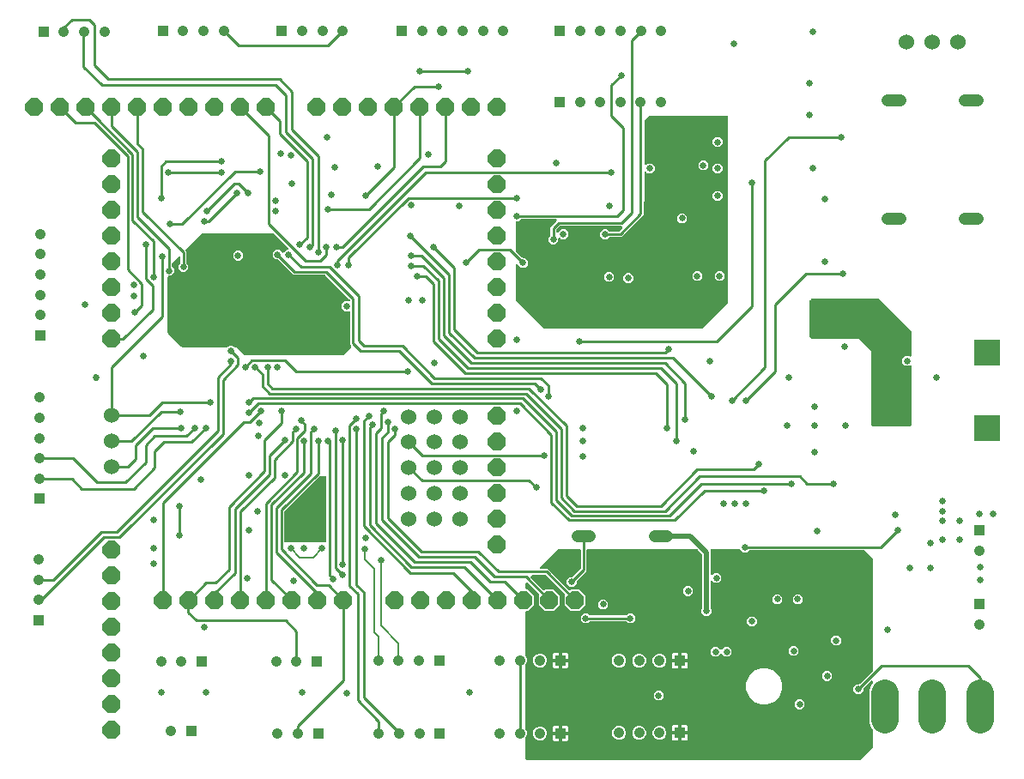
<source format=gbl>
G04 EAGLE Gerber RS-274X export*
G75*
%MOMM*%
%FSLAX34Y34*%
%LPD*%
%INBottom Copper*%
%IPPOS*%
%AMOC8*
5,1,8,0,0,1.08239X$1,22.5*%
G01*
%ADD10R,1.050000X1.050000*%
%ADD11C,1.050000*%
%ADD12C,1.524000*%
%ADD13P,1.924489X8X292.500000*%
%ADD14P,1.924489X8X112.500000*%
%ADD15P,1.924489X8X22.500000*%
%ADD16P,1.924489X8X202.500000*%
%ADD17C,1.219200*%
%ADD18R,2.540000X2.540000*%
%ADD19C,2.705100*%
%ADD20C,0.654800*%
%ADD21C,0.685800*%
%ADD22C,0.200000*%
%ADD23C,0.254000*%
%ADD24C,0.508000*%

G36*
X848146Y1791D02*
X848146Y1791D01*
X848245Y1794D01*
X848303Y1811D01*
X848364Y1819D01*
X848456Y1855D01*
X848551Y1883D01*
X848603Y1913D01*
X848659Y1936D01*
X848739Y1994D01*
X848825Y2044D01*
X848900Y2110D01*
X848917Y2122D01*
X848924Y2132D01*
X848945Y2150D01*
X860898Y14103D01*
X860958Y14181D01*
X861026Y14253D01*
X861055Y14306D01*
X861092Y14354D01*
X861132Y14445D01*
X861180Y14531D01*
X861195Y14590D01*
X861219Y14646D01*
X861234Y14744D01*
X861259Y14839D01*
X861265Y14939D01*
X861269Y14960D01*
X861267Y14972D01*
X861269Y15000D01*
X861269Y31405D01*
X861257Y31503D01*
X861254Y31603D01*
X861237Y31661D01*
X861229Y31721D01*
X861193Y31813D01*
X861165Y31908D01*
X861135Y31960D01*
X861112Y32016D01*
X861054Y32097D01*
X861004Y32182D01*
X860938Y32257D01*
X860926Y32274D01*
X860916Y32282D01*
X860897Y32303D01*
X860251Y32949D01*
X857960Y38481D01*
X857960Y71519D01*
X860251Y77051D01*
X860897Y77697D01*
X860958Y77775D01*
X861026Y77848D01*
X861055Y77901D01*
X861092Y77948D01*
X861132Y78039D01*
X861180Y78126D01*
X861195Y78185D01*
X861219Y78240D01*
X861234Y78338D01*
X861259Y78434D01*
X861265Y78534D01*
X861269Y78554D01*
X861267Y78567D01*
X861269Y78595D01*
X861269Y79253D01*
X861252Y79390D01*
X861239Y79529D01*
X861232Y79548D01*
X861229Y79568D01*
X861178Y79697D01*
X861131Y79828D01*
X861120Y79845D01*
X861112Y79864D01*
X861031Y79976D01*
X860953Y80091D01*
X860937Y80105D01*
X860926Y80121D01*
X860818Y80210D01*
X860714Y80302D01*
X860696Y80311D01*
X860681Y80324D01*
X860555Y80383D01*
X860431Y80447D01*
X860411Y80451D01*
X860393Y80460D01*
X860257Y80486D01*
X860121Y80516D01*
X860100Y80516D01*
X860081Y80519D01*
X859942Y80511D01*
X859803Y80507D01*
X859783Y80501D01*
X859763Y80500D01*
X859631Y80457D01*
X859497Y80418D01*
X859480Y80408D01*
X859461Y80402D01*
X859343Y80327D01*
X859223Y80257D01*
X859202Y80238D01*
X859192Y80231D01*
X859178Y80217D01*
X859103Y80150D01*
X852170Y73218D01*
X852110Y73140D01*
X852042Y73068D01*
X852013Y73015D01*
X851976Y72967D01*
X851936Y72876D01*
X851888Y72789D01*
X851873Y72731D01*
X851849Y72675D01*
X851834Y72577D01*
X851809Y72481D01*
X851803Y72381D01*
X851799Y72361D01*
X851801Y72349D01*
X851799Y72321D01*
X851799Y70012D01*
X848988Y67201D01*
X845012Y67201D01*
X842201Y70012D01*
X842201Y73988D01*
X845012Y76799D01*
X847321Y76799D01*
X847419Y76811D01*
X847518Y76814D01*
X847576Y76831D01*
X847636Y76839D01*
X847728Y76875D01*
X847823Y76903D01*
X847876Y76933D01*
X847932Y76956D01*
X848012Y77014D01*
X848097Y77064D01*
X848173Y77130D01*
X848189Y77142D01*
X848197Y77152D01*
X848218Y77170D01*
X860898Y89850D01*
X860958Y89928D01*
X861026Y90000D01*
X861055Y90053D01*
X861092Y90101D01*
X861132Y90192D01*
X861180Y90279D01*
X861195Y90337D01*
X861219Y90393D01*
X861234Y90491D01*
X861259Y90587D01*
X861265Y90687D01*
X861269Y90707D01*
X861267Y90719D01*
X861269Y90747D01*
X861269Y200000D01*
X861257Y200098D01*
X861254Y200197D01*
X861237Y200255D01*
X861229Y200316D01*
X861193Y200408D01*
X861165Y200503D01*
X861135Y200555D01*
X861112Y200611D01*
X861054Y200691D01*
X861004Y200777D01*
X860938Y200852D01*
X860926Y200869D01*
X860916Y200876D01*
X860898Y200898D01*
X852961Y208834D01*
X852883Y208894D01*
X852811Y208962D01*
X852758Y208991D01*
X852710Y209028D01*
X852619Y209068D01*
X852533Y209116D01*
X852474Y209131D01*
X852418Y209155D01*
X852320Y209170D01*
X852225Y209195D01*
X852125Y209201D01*
X852104Y209205D01*
X852092Y209203D01*
X852064Y209205D01*
X739517Y209205D01*
X739419Y209193D01*
X739320Y209190D01*
X739262Y209173D01*
X739202Y209165D01*
X739110Y209129D01*
X739015Y209101D01*
X738963Y209071D01*
X738906Y209048D01*
X738826Y208990D01*
X738741Y208940D01*
X738665Y208874D01*
X738649Y208862D01*
X738641Y208852D01*
X738620Y208834D01*
X736988Y207201D01*
X733012Y207201D01*
X730316Y209898D01*
X730238Y209958D01*
X730166Y210026D01*
X730113Y210055D01*
X730065Y210092D01*
X729974Y210132D01*
X729887Y210180D01*
X729829Y210195D01*
X729773Y210219D01*
X729675Y210234D01*
X729579Y210259D01*
X729479Y210265D01*
X729459Y210269D01*
X729447Y210267D01*
X729419Y210269D01*
X702334Y210269D01*
X702216Y210254D01*
X702097Y210247D01*
X702059Y210234D01*
X702018Y210229D01*
X701908Y210186D01*
X701795Y210149D01*
X701760Y210127D01*
X701723Y210112D01*
X701627Y210043D01*
X701526Y209979D01*
X701498Y209949D01*
X701465Y209926D01*
X701389Y209834D01*
X701308Y209747D01*
X701288Y209712D01*
X701263Y209681D01*
X701212Y209573D01*
X701154Y209469D01*
X701144Y209429D01*
X701127Y209393D01*
X701105Y209276D01*
X701075Y209161D01*
X701071Y209101D01*
X701067Y209081D01*
X701069Y209060D01*
X701065Y209000D01*
X701065Y185915D01*
X701082Y185778D01*
X701095Y185639D01*
X701102Y185620D01*
X701105Y185600D01*
X701156Y185471D01*
X701203Y185340D01*
X701214Y185323D01*
X701222Y185304D01*
X701303Y185192D01*
X701381Y185077D01*
X701397Y185063D01*
X701408Y185047D01*
X701516Y184958D01*
X701620Y184866D01*
X701638Y184857D01*
X701653Y184844D01*
X701779Y184785D01*
X701903Y184722D01*
X701923Y184717D01*
X701941Y184708D01*
X702077Y184682D01*
X702213Y184652D01*
X702234Y184653D01*
X702253Y184649D01*
X702392Y184657D01*
X702531Y184662D01*
X702551Y184667D01*
X702571Y184668D01*
X702703Y184711D01*
X702837Y184750D01*
X702854Y184760D01*
X702873Y184766D01*
X702991Y184841D01*
X703111Y184912D01*
X703132Y184930D01*
X703142Y184937D01*
X703156Y184952D01*
X703231Y185018D01*
X705012Y186799D01*
X708988Y186799D01*
X711799Y183988D01*
X711799Y180012D01*
X708988Y177201D01*
X705012Y177201D01*
X703231Y178982D01*
X703122Y179067D01*
X703015Y179156D01*
X702996Y179165D01*
X702980Y179177D01*
X702852Y179232D01*
X702727Y179292D01*
X702707Y179295D01*
X702688Y179303D01*
X702550Y179325D01*
X702414Y179351D01*
X702394Y179350D01*
X702374Y179353D01*
X702235Y179340D01*
X702097Y179332D01*
X702078Y179325D01*
X702058Y179323D01*
X701926Y179276D01*
X701795Y179234D01*
X701777Y179223D01*
X701758Y179216D01*
X701643Y179138D01*
X701526Y179063D01*
X701512Y179049D01*
X701495Y179037D01*
X701403Y178933D01*
X701308Y178832D01*
X701298Y178814D01*
X701285Y178799D01*
X701221Y178675D01*
X701154Y178553D01*
X701149Y178534D01*
X701140Y178516D01*
X701110Y178380D01*
X701075Y178245D01*
X701073Y178217D01*
X701070Y178205D01*
X701071Y178185D01*
X701065Y178085D01*
X701065Y152247D01*
X701077Y152149D01*
X701080Y152050D01*
X701097Y151992D01*
X701105Y151932D01*
X701141Y151840D01*
X701169Y151745D01*
X701199Y151693D01*
X701222Y151636D01*
X701280Y151556D01*
X701330Y151471D01*
X701396Y151395D01*
X701408Y151379D01*
X701418Y151371D01*
X701436Y151350D01*
X701799Y150988D01*
X701799Y147012D01*
X698988Y144201D01*
X695012Y144201D01*
X692201Y147012D01*
X692201Y150988D01*
X692564Y151350D01*
X692624Y151428D01*
X692692Y151500D01*
X692721Y151553D01*
X692758Y151601D01*
X692798Y151692D01*
X692846Y151779D01*
X692861Y151837D01*
X692885Y151893D01*
X692900Y151991D01*
X692925Y152087D01*
X692931Y152187D01*
X692935Y152207D01*
X692933Y152219D01*
X692935Y152247D01*
X692935Y204791D01*
X692923Y204889D01*
X692920Y204988D01*
X692903Y205046D01*
X692895Y205106D01*
X692859Y205198D01*
X692831Y205293D01*
X692801Y205345D01*
X692778Y205402D01*
X692720Y205482D01*
X692670Y205567D01*
X692604Y205643D01*
X692592Y205659D01*
X692582Y205667D01*
X692564Y205688D01*
X688354Y209898D01*
X688276Y209958D01*
X688204Y210026D01*
X688151Y210055D01*
X688103Y210092D01*
X688012Y210132D01*
X687925Y210180D01*
X687867Y210195D01*
X687811Y210219D01*
X687713Y210234D01*
X687617Y210259D01*
X687517Y210265D01*
X687497Y210269D01*
X687485Y210267D01*
X687457Y210269D01*
X579964Y210269D01*
X579846Y210254D01*
X579727Y210247D01*
X579689Y210234D01*
X579648Y210229D01*
X579538Y210186D01*
X579425Y210149D01*
X579390Y210127D01*
X579353Y210112D01*
X579257Y210043D01*
X579156Y209979D01*
X579128Y209949D01*
X579095Y209926D01*
X579019Y209834D01*
X578938Y209747D01*
X578918Y209712D01*
X578893Y209681D01*
X578842Y209573D01*
X578784Y209469D01*
X578774Y209429D01*
X578757Y209393D01*
X578735Y209276D01*
X578705Y209161D01*
X578701Y209101D01*
X578697Y209081D01*
X578699Y209060D01*
X578695Y209000D01*
X578695Y188742D01*
X569170Y179218D01*
X569110Y179140D01*
X569042Y179068D01*
X569013Y179015D01*
X568976Y178967D01*
X568936Y178876D01*
X568888Y178789D01*
X568873Y178731D01*
X568849Y178675D01*
X568834Y178577D01*
X568809Y178481D01*
X568803Y178381D01*
X568799Y178361D01*
X568801Y178349D01*
X568799Y178321D01*
X568799Y176012D01*
X565988Y173201D01*
X562012Y173201D01*
X559201Y176012D01*
X559201Y179988D01*
X562012Y182799D01*
X564321Y182799D01*
X564419Y182811D01*
X564518Y182814D01*
X564576Y182831D01*
X564636Y182839D01*
X564728Y182875D01*
X564823Y182903D01*
X564876Y182933D01*
X564932Y182956D01*
X565012Y183014D01*
X565097Y183064D01*
X565173Y183130D01*
X565189Y183142D01*
X565197Y183152D01*
X565218Y183170D01*
X572734Y190686D01*
X572794Y190764D01*
X572862Y190836D01*
X572891Y190889D01*
X572928Y190937D01*
X572968Y191028D01*
X573016Y191115D01*
X573031Y191173D01*
X573055Y191229D01*
X573070Y191327D01*
X573095Y191423D01*
X573101Y191523D01*
X573105Y191543D01*
X573103Y191555D01*
X573105Y191583D01*
X573105Y209000D01*
X573090Y209118D01*
X573083Y209237D01*
X573070Y209275D01*
X573065Y209316D01*
X573022Y209426D01*
X572985Y209539D01*
X572963Y209574D01*
X572948Y209611D01*
X572879Y209707D01*
X572815Y209808D01*
X572785Y209836D01*
X572762Y209869D01*
X572670Y209945D01*
X572583Y210026D01*
X572548Y210046D01*
X572517Y210071D01*
X572409Y210122D01*
X572305Y210180D01*
X572265Y210190D01*
X572229Y210207D01*
X572112Y210229D01*
X571997Y210259D01*
X571937Y210263D01*
X571917Y210267D01*
X571896Y210265D01*
X571836Y210269D01*
X551000Y210269D01*
X550902Y210257D01*
X550803Y210254D01*
X550745Y210237D01*
X550684Y210229D01*
X550592Y210193D01*
X550497Y210165D01*
X550445Y210135D01*
X550389Y210112D01*
X550309Y210054D01*
X550223Y210004D01*
X550148Y209938D01*
X550131Y209926D01*
X550124Y209916D01*
X550103Y209898D01*
X533166Y192961D01*
X533081Y192852D01*
X532993Y192745D01*
X532984Y192726D01*
X532972Y192710D01*
X532916Y192582D01*
X532857Y192457D01*
X532853Y192437D01*
X532845Y192418D01*
X532823Y192280D01*
X532797Y192144D01*
X532799Y192124D01*
X532795Y192104D01*
X532808Y191965D01*
X532817Y191827D01*
X532823Y191808D01*
X532825Y191788D01*
X532872Y191656D01*
X532915Y191525D01*
X532926Y191507D01*
X532933Y191488D01*
X533011Y191373D01*
X533085Y191256D01*
X533100Y191242D01*
X533111Y191225D01*
X533215Y191133D01*
X533317Y191038D01*
X533335Y191028D01*
X533350Y191015D01*
X533474Y190951D01*
X533595Y190884D01*
X533615Y190879D01*
X533633Y190870D01*
X533769Y190840D01*
X533903Y190805D01*
X533931Y190803D01*
X533943Y190800D01*
X533964Y190801D01*
X534064Y190795D01*
X540358Y190795D01*
X561114Y170038D01*
X561209Y169965D01*
X561298Y169886D01*
X561334Y169868D01*
X561366Y169843D01*
X561475Y169796D01*
X561581Y169742D01*
X561620Y169733D01*
X561657Y169717D01*
X561775Y169698D01*
X561891Y169672D01*
X561932Y169673D01*
X561972Y169667D01*
X562091Y169678D01*
X562209Y169682D01*
X562248Y169693D01*
X562288Y169697D01*
X562400Y169737D01*
X562515Y169770D01*
X562549Y169791D01*
X562587Y169804D01*
X562686Y169871D01*
X562789Y169932D01*
X562834Y169971D01*
X562851Y169983D01*
X562864Y169998D01*
X562909Y170038D01*
X563086Y170215D01*
X571714Y170215D01*
X577815Y164114D01*
X577815Y155486D01*
X571714Y149385D01*
X563086Y149385D01*
X556985Y155486D01*
X556985Y164114D01*
X557162Y164291D01*
X557235Y164385D01*
X557314Y164474D01*
X557332Y164510D01*
X557357Y164542D01*
X557404Y164651D01*
X557458Y164757D01*
X557467Y164797D01*
X557483Y164834D01*
X557502Y164952D01*
X557528Y165067D01*
X557527Y165108D01*
X557533Y165148D01*
X557522Y165266D01*
X557518Y165385D01*
X557507Y165424D01*
X557503Y165464D01*
X557463Y165576D01*
X557430Y165691D01*
X557409Y165726D01*
X557396Y165764D01*
X557329Y165862D01*
X557268Y165965D01*
X557229Y166010D01*
X557217Y166027D01*
X557202Y166040D01*
X557162Y166086D01*
X538414Y184834D01*
X538336Y184894D01*
X538264Y184962D01*
X538211Y184991D01*
X538163Y185028D01*
X538072Y185068D01*
X537985Y185116D01*
X537927Y185131D01*
X537871Y185155D01*
X537773Y185170D01*
X537677Y185195D01*
X537577Y185201D01*
X537557Y185205D01*
X537545Y185203D01*
X537517Y185205D01*
X525936Y185205D01*
X525838Y185193D01*
X525739Y185190D01*
X525681Y185173D01*
X525620Y185165D01*
X525528Y185129D01*
X525433Y185101D01*
X525381Y185071D01*
X525325Y185048D01*
X525245Y184990D01*
X525159Y184940D01*
X525084Y184874D01*
X525067Y184862D01*
X525060Y184852D01*
X525039Y184834D01*
X523876Y183671D01*
X523803Y183577D01*
X523724Y183488D01*
X523706Y183452D01*
X523681Y183420D01*
X523634Y183311D01*
X523580Y183205D01*
X523571Y183165D01*
X523555Y183128D01*
X523536Y183010D01*
X523510Y182894D01*
X523511Y182854D01*
X523505Y182814D01*
X523516Y182695D01*
X523520Y182576D01*
X523531Y182538D01*
X523535Y182497D01*
X523575Y182385D01*
X523608Y182271D01*
X523629Y182236D01*
X523642Y182198D01*
X523709Y182100D01*
X523770Y181997D01*
X523810Y181952D01*
X523821Y181935D01*
X523836Y181921D01*
X523876Y181876D01*
X535714Y170038D01*
X535809Y169965D01*
X535898Y169886D01*
X535934Y169868D01*
X535966Y169843D01*
X536075Y169796D01*
X536181Y169742D01*
X536220Y169733D01*
X536257Y169717D01*
X536375Y169698D01*
X536491Y169672D01*
X536532Y169673D01*
X536572Y169667D01*
X536690Y169678D01*
X536809Y169682D01*
X536848Y169693D01*
X536888Y169697D01*
X537000Y169737D01*
X537115Y169770D01*
X537149Y169791D01*
X537187Y169804D01*
X537286Y169871D01*
X537388Y169932D01*
X537434Y169971D01*
X537451Y169983D01*
X537464Y169998D01*
X537509Y170038D01*
X537686Y170215D01*
X546314Y170215D01*
X552415Y164114D01*
X552415Y155486D01*
X546314Y149385D01*
X537686Y149385D01*
X531585Y155486D01*
X531585Y164114D01*
X531762Y164291D01*
X531835Y164385D01*
X531914Y164474D01*
X531932Y164510D01*
X531957Y164542D01*
X532004Y164651D01*
X532058Y164757D01*
X532067Y164797D01*
X532083Y164834D01*
X532102Y164952D01*
X532128Y165068D01*
X532127Y165108D01*
X532133Y165148D01*
X532122Y165267D01*
X532118Y165385D01*
X532107Y165424D01*
X532103Y165465D01*
X532063Y165577D01*
X532030Y165691D01*
X532009Y165726D01*
X531996Y165764D01*
X531929Y165862D01*
X531868Y165965D01*
X531829Y166010D01*
X531817Y166027D01*
X531802Y166040D01*
X531762Y166086D01*
X520898Y176950D01*
X520788Y177035D01*
X520681Y177124D01*
X520662Y177133D01*
X520646Y177145D01*
X520518Y177201D01*
X520393Y177260D01*
X520373Y177263D01*
X520354Y177271D01*
X520216Y177293D01*
X520081Y177319D01*
X520060Y177318D01*
X520040Y177321D01*
X519901Y177308D01*
X519763Y177300D01*
X519744Y177293D01*
X519724Y177291D01*
X519592Y177244D01*
X519461Y177202D01*
X519443Y177191D01*
X519424Y177184D01*
X519309Y177106D01*
X519192Y177031D01*
X519178Y177017D01*
X519161Y177005D01*
X519069Y176901D01*
X518974Y176800D01*
X518964Y176782D01*
X518951Y176767D01*
X518888Y176643D01*
X518820Y176521D01*
X518815Y176502D01*
X518806Y176484D01*
X518776Y176348D01*
X518741Y176213D01*
X518739Y176185D01*
X518737Y176173D01*
X518737Y176153D01*
X518731Y176053D01*
X518731Y171484D01*
X518746Y171366D01*
X518753Y171247D01*
X518766Y171209D01*
X518771Y171168D01*
X518814Y171058D01*
X518851Y170945D01*
X518873Y170910D01*
X518888Y170873D01*
X518958Y170777D01*
X519021Y170676D01*
X519051Y170648D01*
X519074Y170615D01*
X519166Y170539D01*
X519253Y170458D01*
X519288Y170438D01*
X519319Y170413D01*
X519427Y170362D01*
X519531Y170304D01*
X519571Y170294D01*
X519607Y170277D01*
X519724Y170255D01*
X519839Y170225D01*
X519900Y170221D01*
X519920Y170217D01*
X519940Y170219D01*
X520000Y170215D01*
X520914Y170215D01*
X527015Y164114D01*
X527015Y155486D01*
X520914Y149385D01*
X520000Y149385D01*
X519882Y149370D01*
X519763Y149363D01*
X519725Y149350D01*
X519684Y149345D01*
X519574Y149302D01*
X519461Y149265D01*
X519426Y149243D01*
X519389Y149228D01*
X519293Y149159D01*
X519192Y149095D01*
X519164Y149065D01*
X519131Y149042D01*
X519056Y148950D01*
X518974Y148863D01*
X518954Y148828D01*
X518929Y148797D01*
X518878Y148689D01*
X518820Y148585D01*
X518810Y148545D01*
X518793Y148509D01*
X518771Y148392D01*
X518741Y148277D01*
X518737Y148217D01*
X518733Y148197D01*
X518735Y148176D01*
X518731Y148116D01*
X518731Y104620D01*
X518732Y104611D01*
X518731Y104602D01*
X518752Y104453D01*
X518771Y104305D01*
X518774Y104296D01*
X518775Y104287D01*
X518827Y104135D01*
X519775Y101848D01*
X519775Y99152D01*
X518827Y96865D01*
X518825Y96856D01*
X518820Y96848D01*
X518783Y96703D01*
X518743Y96559D01*
X518743Y96549D01*
X518741Y96540D01*
X518731Y96380D01*
X518731Y32620D01*
X518732Y32611D01*
X518731Y32602D01*
X518752Y32453D01*
X518771Y32305D01*
X518774Y32296D01*
X518775Y32287D01*
X518827Y32135D01*
X519775Y29848D01*
X519775Y27152D01*
X518827Y24865D01*
X518825Y24856D01*
X518820Y24848D01*
X518783Y24703D01*
X518743Y24559D01*
X518743Y24549D01*
X518741Y24540D01*
X518731Y24380D01*
X518731Y3048D01*
X518746Y2930D01*
X518753Y2811D01*
X518766Y2773D01*
X518771Y2732D01*
X518814Y2622D01*
X518851Y2509D01*
X518873Y2474D01*
X518888Y2437D01*
X518958Y2341D01*
X519021Y2240D01*
X519051Y2212D01*
X519074Y2179D01*
X519166Y2103D01*
X519253Y2022D01*
X519288Y2002D01*
X519319Y1977D01*
X519427Y1926D01*
X519531Y1868D01*
X519571Y1858D01*
X519607Y1841D01*
X519724Y1819D01*
X519839Y1789D01*
X519900Y1785D01*
X519920Y1781D01*
X519940Y1783D01*
X520000Y1779D01*
X848048Y1779D01*
X848146Y1791D01*
G37*
G36*
X692098Y427743D02*
X692098Y427743D01*
X692197Y427746D01*
X692255Y427763D01*
X692316Y427771D01*
X692408Y427807D01*
X692503Y427835D01*
X692555Y427865D01*
X692611Y427888D01*
X692691Y427946D01*
X692777Y427996D01*
X692852Y428062D01*
X692869Y428074D01*
X692876Y428084D01*
X692898Y428103D01*
X717898Y453103D01*
X717958Y453181D01*
X718026Y453253D01*
X718055Y453306D01*
X718092Y453354D01*
X718132Y453445D01*
X718180Y453531D01*
X718195Y453590D01*
X718219Y453646D01*
X718234Y453744D01*
X718259Y453839D01*
X718265Y453939D01*
X718269Y453960D01*
X718267Y453972D01*
X718269Y454000D01*
X718269Y637000D01*
X718254Y637118D01*
X718247Y637237D01*
X718234Y637275D01*
X718229Y637316D01*
X718186Y637426D01*
X718149Y637539D01*
X718127Y637574D01*
X718112Y637611D01*
X718043Y637707D01*
X717979Y637808D01*
X717949Y637836D01*
X717926Y637869D01*
X717834Y637945D01*
X717747Y638026D01*
X717712Y638046D01*
X717681Y638071D01*
X717573Y638122D01*
X717469Y638180D01*
X717429Y638190D01*
X717393Y638207D01*
X717276Y638229D01*
X717161Y638259D01*
X717101Y638263D01*
X717081Y638267D01*
X717060Y638265D01*
X717000Y638269D01*
X641000Y638269D01*
X640902Y638257D01*
X640803Y638254D01*
X640745Y638237D01*
X640684Y638229D01*
X640592Y638193D01*
X640497Y638165D01*
X640445Y638135D01*
X640389Y638112D01*
X640309Y638054D01*
X640223Y638004D01*
X640148Y637938D01*
X640131Y637926D01*
X640124Y637916D01*
X640103Y637898D01*
X636103Y633898D01*
X636042Y633819D01*
X635974Y633747D01*
X635945Y633694D01*
X635908Y633646D01*
X635868Y633555D01*
X635820Y633469D01*
X635805Y633410D01*
X635781Y633354D01*
X635766Y633256D01*
X635741Y633161D01*
X635735Y633061D01*
X635731Y633040D01*
X635733Y633028D01*
X635731Y633000D01*
X635731Y590581D01*
X635748Y590443D01*
X635761Y590305D01*
X635768Y590286D01*
X635771Y590266D01*
X635822Y590137D01*
X635869Y590006D01*
X635880Y589989D01*
X635888Y589970D01*
X635969Y589858D01*
X636047Y589743D01*
X636063Y589729D01*
X636074Y589713D01*
X636182Y589624D01*
X636286Y589532D01*
X636304Y589523D01*
X636319Y589510D01*
X636445Y589451D01*
X636569Y589388D01*
X636589Y589383D01*
X636607Y589375D01*
X636744Y589348D01*
X636879Y589318D01*
X636900Y589319D01*
X636920Y589315D01*
X637058Y589323D01*
X637197Y589328D01*
X637217Y589333D01*
X637237Y589334D01*
X637369Y589377D01*
X637503Y589416D01*
X637520Y589426D01*
X637539Y589433D01*
X637657Y589507D01*
X637777Y589578D01*
X637798Y589596D01*
X637808Y589603D01*
X637822Y589618D01*
X637898Y589684D01*
X639012Y590799D01*
X642988Y590799D01*
X645799Y587988D01*
X645799Y584012D01*
X642988Y581201D01*
X639012Y581201D01*
X637898Y582316D01*
X637788Y582401D01*
X637681Y582490D01*
X637662Y582499D01*
X637646Y582511D01*
X637519Y582566D01*
X637393Y582625D01*
X637373Y582629D01*
X637354Y582637D01*
X637216Y582659D01*
X637081Y582685D01*
X637060Y582684D01*
X637040Y582687D01*
X636901Y582674D01*
X636763Y582666D01*
X636744Y582659D01*
X636724Y582657D01*
X636592Y582610D01*
X636461Y582567D01*
X636443Y582557D01*
X636424Y582550D01*
X636309Y582472D01*
X636192Y582397D01*
X636178Y582383D01*
X636161Y582371D01*
X636069Y582267D01*
X635974Y582166D01*
X635964Y582148D01*
X635951Y582133D01*
X635887Y582009D01*
X635820Y581887D01*
X635815Y581868D01*
X635806Y581850D01*
X635776Y581714D01*
X635741Y581579D01*
X635739Y581551D01*
X635737Y581539D01*
X635737Y581519D01*
X635731Y581419D01*
X635731Y553526D01*
X635366Y553161D01*
X635306Y553083D01*
X635238Y553011D01*
X635209Y552958D01*
X635172Y552910D01*
X635132Y552819D01*
X635084Y552733D01*
X635069Y552674D01*
X635045Y552618D01*
X635030Y552520D01*
X635005Y552425D01*
X634999Y552325D01*
X634995Y552304D01*
X634997Y552292D01*
X634995Y552264D01*
X634995Y540042D01*
X613158Y518205D01*
X601517Y518205D01*
X601419Y518193D01*
X601320Y518190D01*
X601262Y518173D01*
X601202Y518165D01*
X601110Y518129D01*
X601015Y518101D01*
X600963Y518071D01*
X600906Y518048D01*
X600826Y517990D01*
X600741Y517940D01*
X600665Y517874D01*
X600649Y517862D01*
X600641Y517852D01*
X600620Y517834D01*
X598988Y516201D01*
X595012Y516201D01*
X592201Y519012D01*
X592201Y522988D01*
X595012Y525799D01*
X598988Y525799D01*
X600620Y524166D01*
X600698Y524106D01*
X600770Y524038D01*
X600823Y524009D01*
X600871Y523972D01*
X600962Y523932D01*
X601049Y523884D01*
X601107Y523869D01*
X601163Y523845D01*
X601261Y523830D01*
X601357Y523805D01*
X601457Y523799D01*
X601477Y523795D01*
X601489Y523797D01*
X601517Y523795D01*
X610317Y523795D01*
X610415Y523807D01*
X610514Y523810D01*
X610572Y523827D01*
X610632Y523835D01*
X610724Y523871D01*
X610819Y523899D01*
X610872Y523929D01*
X610928Y523952D01*
X611008Y524010D01*
X611093Y524060D01*
X611169Y524126D01*
X611185Y524138D01*
X611193Y524148D01*
X611214Y524166D01*
X614086Y527039D01*
X614171Y527148D01*
X614260Y527255D01*
X614269Y527274D01*
X614281Y527290D01*
X614337Y527418D01*
X614396Y527543D01*
X614399Y527563D01*
X614407Y527582D01*
X614429Y527720D01*
X614455Y527856D01*
X614454Y527876D01*
X614457Y527896D01*
X614444Y528035D01*
X614436Y528173D01*
X614429Y528192D01*
X614428Y528212D01*
X614380Y528344D01*
X614338Y528475D01*
X614327Y528493D01*
X614320Y528512D01*
X614242Y528627D01*
X614167Y528744D01*
X614153Y528758D01*
X614141Y528775D01*
X614037Y528867D01*
X613936Y528962D01*
X613918Y528972D01*
X613903Y528985D01*
X613779Y529049D01*
X613657Y529116D01*
X613638Y529121D01*
X613620Y529130D01*
X613484Y529160D01*
X613349Y529195D01*
X613321Y529197D01*
X613309Y529200D01*
X613289Y529199D01*
X613189Y529205D01*
X552683Y529205D01*
X552585Y529193D01*
X552486Y529190D01*
X552428Y529173D01*
X552368Y529165D01*
X552276Y529129D01*
X552181Y529101D01*
X552128Y529071D01*
X552072Y529048D01*
X551992Y528990D01*
X551907Y528940D01*
X551831Y528874D01*
X551815Y528862D01*
X551807Y528852D01*
X551786Y528834D01*
X549166Y526214D01*
X549106Y526136D01*
X549038Y526064D01*
X549009Y526011D01*
X548972Y525963D01*
X548932Y525872D01*
X548884Y525785D01*
X548869Y525727D01*
X548845Y525671D01*
X548830Y525573D01*
X548805Y525477D01*
X548799Y525377D01*
X548795Y525357D01*
X548797Y525345D01*
X548795Y525317D01*
X548795Y523645D01*
X548812Y523508D01*
X548825Y523369D01*
X548832Y523350D01*
X548835Y523330D01*
X548886Y523201D01*
X548933Y523070D01*
X548944Y523053D01*
X548952Y523034D01*
X549033Y522922D01*
X549111Y522807D01*
X549127Y522793D01*
X549138Y522777D01*
X549246Y522688D01*
X549350Y522596D01*
X549368Y522587D01*
X549383Y522574D01*
X549509Y522515D01*
X549633Y522452D01*
X549653Y522447D01*
X549671Y522438D01*
X549807Y522412D01*
X549943Y522382D01*
X549964Y522383D01*
X549983Y522379D01*
X550122Y522387D01*
X550261Y522392D01*
X550281Y522397D01*
X550301Y522398D01*
X550433Y522441D01*
X550567Y522480D01*
X550584Y522490D01*
X550603Y522496D01*
X550721Y522571D01*
X550841Y522642D01*
X550862Y522660D01*
X550872Y522667D01*
X550886Y522682D01*
X550961Y522748D01*
X554012Y525799D01*
X557988Y525799D01*
X560799Y522988D01*
X560799Y519012D01*
X557988Y516201D01*
X554012Y516201D01*
X552965Y517248D01*
X552856Y517333D01*
X552749Y517422D01*
X552730Y517431D01*
X552714Y517443D01*
X552587Y517498D01*
X552461Y517558D01*
X552441Y517561D01*
X552422Y517569D01*
X552284Y517591D01*
X552148Y517617D01*
X552128Y517616D01*
X552108Y517619D01*
X551969Y517606D01*
X551831Y517598D01*
X551812Y517591D01*
X551792Y517589D01*
X551660Y517542D01*
X551529Y517500D01*
X551511Y517489D01*
X551492Y517482D01*
X551377Y517404D01*
X551260Y517329D01*
X551246Y517315D01*
X551229Y517303D01*
X551137Y517199D01*
X551042Y517098D01*
X551032Y517080D01*
X551019Y517065D01*
X550955Y516941D01*
X550888Y516819D01*
X550883Y516800D01*
X550874Y516782D01*
X550844Y516646D01*
X550809Y516511D01*
X550807Y516483D01*
X550804Y516471D01*
X550805Y516451D01*
X550799Y516351D01*
X550799Y514012D01*
X547988Y511201D01*
X544012Y511201D01*
X541201Y514012D01*
X541201Y517988D01*
X542834Y519620D01*
X542894Y519698D01*
X542962Y519770D01*
X542991Y519823D01*
X543028Y519871D01*
X543068Y519962D01*
X543116Y520049D01*
X543131Y520107D01*
X543155Y520163D01*
X543170Y520261D01*
X543195Y520357D01*
X543201Y520457D01*
X543205Y520477D01*
X543203Y520489D01*
X543205Y520517D01*
X543205Y528158D01*
X547834Y532786D01*
X549086Y534039D01*
X549171Y534148D01*
X549260Y534255D01*
X549269Y534274D01*
X549281Y534290D01*
X549336Y534417D01*
X549396Y534543D01*
X549399Y534563D01*
X549407Y534582D01*
X549429Y534720D01*
X549455Y534856D01*
X549454Y534876D01*
X549457Y534896D01*
X549444Y535035D01*
X549436Y535173D01*
X549429Y535192D01*
X549428Y535212D01*
X549380Y535344D01*
X549338Y535475D01*
X549327Y535493D01*
X549320Y535512D01*
X549242Y535627D01*
X549167Y535744D01*
X549153Y535758D01*
X549141Y535775D01*
X549037Y535867D01*
X548936Y535962D01*
X548918Y535972D01*
X548903Y535985D01*
X548779Y536048D01*
X548657Y536116D01*
X548638Y536121D01*
X548620Y536130D01*
X548484Y536160D01*
X548349Y536195D01*
X548321Y536197D01*
X548309Y536200D01*
X548289Y536199D01*
X548189Y536205D01*
X514517Y536205D01*
X514419Y536193D01*
X514320Y536190D01*
X514262Y536173D01*
X514202Y536165D01*
X514110Y536129D01*
X514015Y536101D01*
X513963Y536071D01*
X513906Y536048D01*
X513826Y535990D01*
X513741Y535940D01*
X513665Y535874D01*
X513649Y535862D01*
X513641Y535852D01*
X513620Y535834D01*
X511988Y534201D01*
X510000Y534201D01*
X509882Y534186D01*
X509763Y534179D01*
X509725Y534166D01*
X509684Y534161D01*
X509574Y534118D01*
X509461Y534081D01*
X509426Y534059D01*
X509389Y534044D01*
X509293Y533975D01*
X509192Y533911D01*
X509164Y533881D01*
X509131Y533858D01*
X509056Y533766D01*
X508974Y533679D01*
X508954Y533644D01*
X508929Y533613D01*
X508878Y533505D01*
X508820Y533401D01*
X508810Y533361D01*
X508793Y533325D01*
X508771Y533208D01*
X508741Y533093D01*
X508737Y533033D01*
X508733Y533013D01*
X508735Y532992D01*
X508731Y532932D01*
X508731Y504747D01*
X508743Y504649D01*
X508746Y504550D01*
X508763Y504492D01*
X508771Y504432D01*
X508807Y504340D01*
X508835Y504245D01*
X508865Y504192D01*
X508888Y504136D01*
X508946Y504056D01*
X508996Y503971D01*
X509062Y503895D01*
X509074Y503879D01*
X509084Y503871D01*
X509103Y503850D01*
X514782Y498170D01*
X514860Y498110D01*
X514932Y498042D01*
X514985Y498013D01*
X515033Y497976D01*
X515124Y497936D01*
X515211Y497888D01*
X515269Y497873D01*
X515325Y497849D01*
X515423Y497834D01*
X515519Y497809D01*
X515619Y497803D01*
X515639Y497799D01*
X515651Y497801D01*
X515679Y497799D01*
X517988Y497799D01*
X520799Y494988D01*
X520799Y491012D01*
X517988Y488201D01*
X514012Y488201D01*
X510898Y491316D01*
X510788Y491401D01*
X510681Y491490D01*
X510662Y491499D01*
X510646Y491511D01*
X510518Y491566D01*
X510393Y491625D01*
X510373Y491629D01*
X510354Y491637D01*
X510216Y491659D01*
X510081Y491685D01*
X510060Y491684D01*
X510040Y491687D01*
X509901Y491674D01*
X509763Y491666D01*
X509744Y491659D01*
X509724Y491657D01*
X509592Y491610D01*
X509461Y491567D01*
X509443Y491557D01*
X509424Y491550D01*
X509309Y491472D01*
X509192Y491397D01*
X509178Y491383D01*
X509161Y491371D01*
X509069Y491267D01*
X508974Y491166D01*
X508964Y491148D01*
X508951Y491133D01*
X508887Y491009D01*
X508820Y490887D01*
X508815Y490868D01*
X508806Y490850D01*
X508776Y490714D01*
X508741Y490579D01*
X508739Y490551D01*
X508737Y490539D01*
X508737Y490519D01*
X508731Y490419D01*
X508731Y457000D01*
X508743Y456902D01*
X508746Y456803D01*
X508763Y456745D01*
X508771Y456684D01*
X508807Y456592D01*
X508835Y456497D01*
X508865Y456445D01*
X508888Y456389D01*
X508946Y456309D01*
X508996Y456223D01*
X509062Y456148D01*
X509074Y456131D01*
X509084Y456124D01*
X509103Y456103D01*
X537103Y428103D01*
X537181Y428042D01*
X537253Y427974D01*
X537306Y427945D01*
X537354Y427908D01*
X537445Y427868D01*
X537531Y427820D01*
X537590Y427805D01*
X537646Y427781D01*
X537744Y427766D01*
X537839Y427741D01*
X537939Y427735D01*
X537960Y427731D01*
X537972Y427733D01*
X538000Y427731D01*
X692000Y427731D01*
X692098Y427743D01*
G37*
G36*
X338098Y401743D02*
X338098Y401743D01*
X338197Y401746D01*
X338255Y401763D01*
X338316Y401771D01*
X338408Y401807D01*
X338503Y401835D01*
X338555Y401865D01*
X338611Y401888D01*
X338691Y401946D01*
X338777Y401996D01*
X338852Y402062D01*
X338869Y402074D01*
X338876Y402084D01*
X338898Y402103D01*
X346524Y409729D01*
X346597Y409823D01*
X346676Y409912D01*
X346694Y409948D01*
X346719Y409980D01*
X346766Y410089D01*
X346820Y410195D01*
X346829Y410235D01*
X346845Y410272D01*
X346864Y410390D01*
X346890Y410506D01*
X346889Y410546D01*
X346895Y410586D01*
X346884Y410705D01*
X346880Y410824D01*
X346869Y410862D01*
X346865Y410903D01*
X346825Y411015D01*
X346792Y411129D01*
X346771Y411164D01*
X346758Y411202D01*
X346691Y411300D01*
X346630Y411403D01*
X346590Y411448D01*
X346579Y411465D01*
X346564Y411479D01*
X346524Y411524D01*
X345781Y412266D01*
X345781Y443932D01*
X345766Y444050D01*
X345759Y444169D01*
X345746Y444207D01*
X345741Y444248D01*
X345698Y444358D01*
X345661Y444471D01*
X345639Y444506D01*
X345624Y444543D01*
X345555Y444639D01*
X345491Y444740D01*
X345461Y444768D01*
X345438Y444801D01*
X345346Y444877D01*
X345259Y444958D01*
X345224Y444978D01*
X345193Y445003D01*
X345085Y445054D01*
X344981Y445112D01*
X344941Y445122D01*
X344905Y445139D01*
X344788Y445161D01*
X344673Y445191D01*
X344613Y445195D01*
X344593Y445199D01*
X344572Y445197D01*
X344512Y445201D01*
X340012Y445201D01*
X337201Y448012D01*
X337201Y451988D01*
X340012Y454799D01*
X344185Y454799D01*
X344322Y454816D01*
X344461Y454829D01*
X344480Y454836D01*
X344500Y454839D01*
X344629Y454890D01*
X344760Y454937D01*
X344777Y454948D01*
X344796Y454956D01*
X344908Y455037D01*
X345023Y455115D01*
X345037Y455131D01*
X345053Y455142D01*
X345142Y455250D01*
X345234Y455354D01*
X345243Y455372D01*
X345256Y455387D01*
X345315Y455513D01*
X345379Y455637D01*
X345383Y455657D01*
X345392Y455675D01*
X345418Y455811D01*
X345448Y455947D01*
X345448Y455968D01*
X345451Y455987D01*
X345443Y456126D01*
X345439Y456265D01*
X345433Y456285D01*
X345432Y456305D01*
X345389Y456437D01*
X345350Y456571D01*
X345340Y456588D01*
X345334Y456607D01*
X345259Y456725D01*
X345189Y456845D01*
X345170Y456866D01*
X345163Y456876D01*
X345149Y456890D01*
X345082Y456965D01*
X321214Y480834D01*
X321136Y480894D01*
X321064Y480962D01*
X321011Y480991D01*
X320963Y481028D01*
X320872Y481068D01*
X320785Y481116D01*
X320727Y481131D01*
X320671Y481155D01*
X320573Y481170D01*
X320477Y481195D01*
X320377Y481201D01*
X320357Y481205D01*
X320345Y481203D01*
X320317Y481205D01*
X289842Y481205D01*
X275218Y495830D01*
X275140Y495890D01*
X275068Y495958D01*
X275015Y495987D01*
X274967Y496024D01*
X274876Y496064D01*
X274789Y496112D01*
X274731Y496127D01*
X274675Y496151D01*
X274577Y496166D01*
X274481Y496191D01*
X274381Y496197D01*
X274361Y496201D01*
X274349Y496199D01*
X274321Y496201D01*
X272012Y496201D01*
X269201Y499012D01*
X269201Y502988D01*
X272012Y505799D01*
X275988Y505799D01*
X278603Y503184D01*
X278697Y503111D01*
X278786Y503032D01*
X278822Y503014D01*
X278854Y502989D01*
X278963Y502942D01*
X279069Y502888D01*
X279108Y502879D01*
X279146Y502863D01*
X279263Y502844D01*
X279379Y502818D01*
X279420Y502819D01*
X279460Y502813D01*
X279578Y502824D01*
X279697Y502828D01*
X279736Y502839D01*
X279776Y502843D01*
X279889Y502883D01*
X280003Y502916D01*
X280038Y502936D01*
X280076Y502950D01*
X280174Y503017D01*
X280277Y503078D01*
X280322Y503117D01*
X280339Y503129D01*
X280352Y503144D01*
X280398Y503184D01*
X283012Y505799D01*
X283485Y505799D01*
X283622Y505816D01*
X283761Y505829D01*
X283780Y505836D01*
X283800Y505839D01*
X283929Y505890D01*
X284060Y505937D01*
X284077Y505948D01*
X284096Y505956D01*
X284208Y506037D01*
X284323Y506115D01*
X284337Y506131D01*
X284353Y506142D01*
X284442Y506250D01*
X284534Y506354D01*
X284543Y506372D01*
X284556Y506387D01*
X284615Y506513D01*
X284678Y506637D01*
X284683Y506657D01*
X284691Y506675D01*
X284718Y506811D01*
X284748Y506947D01*
X284747Y506968D01*
X284751Y506987D01*
X284743Y507126D01*
X284738Y507265D01*
X284733Y507285D01*
X284732Y507305D01*
X284689Y507437D01*
X284650Y507571D01*
X284640Y507588D01*
X284633Y507607D01*
X284559Y507725D01*
X284488Y507845D01*
X284470Y507866D01*
X284463Y507876D01*
X284454Y507885D01*
X284453Y507887D01*
X284445Y507894D01*
X284382Y507965D01*
X270450Y521898D01*
X270372Y521958D01*
X270300Y522026D01*
X270247Y522055D01*
X270199Y522092D01*
X270108Y522132D01*
X270021Y522180D01*
X269963Y522195D01*
X269907Y522219D01*
X269809Y522234D01*
X269713Y522259D01*
X269613Y522265D01*
X269593Y522269D01*
X269581Y522267D01*
X269553Y522269D01*
X200000Y522269D01*
X199902Y522257D01*
X199803Y522254D01*
X199745Y522237D01*
X199684Y522229D01*
X199592Y522193D01*
X199497Y522165D01*
X199445Y522135D01*
X199389Y522112D01*
X199309Y522054D01*
X199223Y522004D01*
X199148Y521938D01*
X199131Y521926D01*
X199124Y521916D01*
X199103Y521898D01*
X183476Y506271D01*
X183403Y506177D01*
X183324Y506088D01*
X183306Y506052D01*
X183281Y506020D01*
X183234Y505911D01*
X183180Y505805D01*
X183171Y505765D01*
X183155Y505728D01*
X183136Y505610D01*
X183110Y505494D01*
X183111Y505454D01*
X183105Y505414D01*
X183116Y505295D01*
X183120Y505176D01*
X183131Y505138D01*
X183135Y505097D01*
X183175Y504985D01*
X183208Y504871D01*
X183229Y504836D01*
X183242Y504798D01*
X183309Y504700D01*
X183370Y504597D01*
X183410Y504552D01*
X183421Y504535D01*
X183436Y504521D01*
X183476Y504476D01*
X183795Y504158D01*
X183795Y493517D01*
X183807Y493419D01*
X183810Y493320D01*
X183827Y493262D01*
X183835Y493202D01*
X183871Y493110D01*
X183899Y493015D01*
X183929Y492963D01*
X183952Y492906D01*
X184010Y492826D01*
X184060Y492741D01*
X184126Y492665D01*
X184138Y492649D01*
X184148Y492641D01*
X184166Y492620D01*
X185799Y490988D01*
X185799Y487012D01*
X182988Y484201D01*
X179012Y484201D01*
X176201Y487012D01*
X176201Y490988D01*
X177834Y492620D01*
X177894Y492698D01*
X177962Y492770D01*
X177991Y492823D01*
X178028Y492871D01*
X178068Y492962D01*
X178116Y493049D01*
X178131Y493107D01*
X178155Y493163D01*
X178170Y493261D01*
X178195Y493357D01*
X178201Y493457D01*
X178205Y493477D01*
X178203Y493489D01*
X178205Y493517D01*
X178205Y497936D01*
X178188Y498074D01*
X178175Y498212D01*
X178168Y498231D01*
X178165Y498252D01*
X178114Y498381D01*
X178067Y498512D01*
X178056Y498528D01*
X178048Y498547D01*
X177967Y498660D01*
X177889Y498775D01*
X177873Y498788D01*
X177862Y498805D01*
X177754Y498893D01*
X177650Y498985D01*
X177632Y498994D01*
X177617Y499007D01*
X177491Y499067D01*
X177367Y499130D01*
X177347Y499134D01*
X177329Y499143D01*
X177193Y499169D01*
X177057Y499200D01*
X177036Y499199D01*
X177017Y499203D01*
X176878Y499194D01*
X176739Y499190D01*
X176719Y499184D01*
X176699Y499183D01*
X176567Y499140D01*
X176433Y499101D01*
X176416Y499091D01*
X176397Y499085D01*
X176279Y499011D01*
X176159Y498940D01*
X176138Y498921D01*
X176128Y498915D01*
X176114Y498900D01*
X176039Y498834D01*
X170166Y492961D01*
X170106Y492883D01*
X170038Y492811D01*
X170009Y492758D01*
X169972Y492710D01*
X169932Y492619D01*
X169884Y492533D01*
X169869Y492474D01*
X169845Y492418D01*
X169830Y492320D01*
X169805Y492225D01*
X169799Y492125D01*
X169795Y492104D01*
X169797Y492092D01*
X169795Y492064D01*
X169795Y489517D01*
X169807Y489419D01*
X169810Y489320D01*
X169827Y489262D01*
X169835Y489202D01*
X169871Y489110D01*
X169899Y489015D01*
X169929Y488963D01*
X169952Y488906D01*
X170010Y488826D01*
X170060Y488741D01*
X170126Y488665D01*
X170138Y488649D01*
X170148Y488641D01*
X170166Y488620D01*
X171799Y486988D01*
X171799Y483012D01*
X168988Y480201D01*
X167000Y480201D01*
X166882Y480186D01*
X166763Y480179D01*
X166725Y480166D01*
X166684Y480161D01*
X166574Y480118D01*
X166461Y480081D01*
X166426Y480059D01*
X166389Y480044D01*
X166293Y479975D01*
X166192Y479911D01*
X166164Y479881D01*
X166131Y479858D01*
X166056Y479766D01*
X165974Y479679D01*
X165954Y479644D01*
X165929Y479613D01*
X165878Y479505D01*
X165820Y479401D01*
X165810Y479361D01*
X165793Y479325D01*
X165771Y479208D01*
X165741Y479093D01*
X165737Y479033D01*
X165733Y479013D01*
X165735Y478992D01*
X165731Y478932D01*
X165731Y424000D01*
X165743Y423902D01*
X165746Y423803D01*
X165763Y423745D01*
X165771Y423684D01*
X165807Y423592D01*
X165835Y423497D01*
X165865Y423445D01*
X165888Y423389D01*
X165946Y423309D01*
X165996Y423223D01*
X166062Y423148D01*
X166074Y423131D01*
X166084Y423124D01*
X166103Y423103D01*
X179103Y410103D01*
X179181Y410042D01*
X179253Y409974D01*
X179306Y409945D01*
X179354Y409908D01*
X179445Y409868D01*
X179531Y409820D01*
X179590Y409805D01*
X179646Y409781D01*
X179744Y409766D01*
X179839Y409741D01*
X179939Y409735D01*
X179960Y409731D01*
X179972Y409733D01*
X180000Y409731D01*
X224419Y409731D01*
X224517Y409743D01*
X224616Y409746D01*
X224674Y409763D01*
X224734Y409771D01*
X224826Y409807D01*
X224921Y409835D01*
X224973Y409865D01*
X225030Y409888D01*
X225110Y409946D01*
X225195Y409996D01*
X225271Y410062D01*
X225287Y410074D01*
X225295Y410084D01*
X225316Y410103D01*
X226012Y410799D01*
X229988Y410799D01*
X230684Y410103D01*
X230762Y410042D01*
X230834Y409974D01*
X230887Y409945D01*
X230935Y409908D01*
X231026Y409868D01*
X231113Y409820D01*
X231171Y409805D01*
X231227Y409781D01*
X231325Y409766D01*
X231421Y409741D01*
X231521Y409735D01*
X231541Y409731D01*
X231553Y409733D01*
X231581Y409731D01*
X233474Y409731D01*
X241103Y402103D01*
X241181Y402042D01*
X241253Y401974D01*
X241306Y401945D01*
X241354Y401908D01*
X241445Y401868D01*
X241531Y401820D01*
X241590Y401805D01*
X241646Y401781D01*
X241744Y401766D01*
X241839Y401741D01*
X241939Y401735D01*
X241960Y401731D01*
X241972Y401733D01*
X242000Y401731D01*
X338000Y401731D01*
X338098Y401743D01*
G37*
G36*
X898118Y331746D02*
X898118Y331746D01*
X898237Y331753D01*
X898275Y331766D01*
X898316Y331771D01*
X898426Y331814D01*
X898539Y331851D01*
X898574Y331873D01*
X898611Y331888D01*
X898707Y331958D01*
X898808Y332021D01*
X898836Y332051D01*
X898869Y332074D01*
X898945Y332166D01*
X899026Y332253D01*
X899046Y332288D01*
X899071Y332319D01*
X899122Y332427D01*
X899180Y332531D01*
X899190Y332571D01*
X899207Y332607D01*
X899229Y332724D01*
X899259Y332839D01*
X899263Y332900D01*
X899267Y332920D01*
X899265Y332940D01*
X899269Y333000D01*
X899269Y390419D01*
X899252Y390556D01*
X899239Y390695D01*
X899232Y390714D01*
X899229Y390734D01*
X899178Y390863D01*
X899131Y390994D01*
X899120Y391011D01*
X899112Y391030D01*
X899031Y391142D01*
X898953Y391257D01*
X898937Y391271D01*
X898926Y391287D01*
X898818Y391376D01*
X898714Y391468D01*
X898696Y391477D01*
X898681Y391490D01*
X898555Y391549D01*
X898431Y391612D01*
X898411Y391617D01*
X898393Y391625D01*
X898257Y391652D01*
X898121Y391682D01*
X898100Y391681D01*
X898081Y391685D01*
X897942Y391677D01*
X897803Y391672D01*
X897783Y391667D01*
X897763Y391666D01*
X897631Y391623D01*
X897497Y391584D01*
X897480Y391574D01*
X897461Y391567D01*
X897343Y391493D01*
X897223Y391422D01*
X897202Y391404D01*
X897192Y391397D01*
X897178Y391382D01*
X897103Y391316D01*
X896988Y391201D01*
X893012Y391201D01*
X890201Y394012D01*
X890201Y397988D01*
X893012Y400799D01*
X896988Y400799D01*
X897103Y400684D01*
X897212Y400599D01*
X897319Y400510D01*
X897338Y400501D01*
X897354Y400489D01*
X897482Y400434D01*
X897607Y400375D01*
X897627Y400371D01*
X897646Y400363D01*
X897784Y400341D01*
X897920Y400315D01*
X897940Y400316D01*
X897960Y400313D01*
X898099Y400326D01*
X898237Y400334D01*
X898256Y400341D01*
X898276Y400343D01*
X898408Y400390D01*
X898539Y400433D01*
X898557Y400443D01*
X898576Y400450D01*
X898691Y400528D01*
X898808Y400603D01*
X898822Y400617D01*
X898839Y400629D01*
X898931Y400733D01*
X899026Y400834D01*
X899036Y400852D01*
X899049Y400867D01*
X899113Y400991D01*
X899180Y401113D01*
X899185Y401132D01*
X899194Y401150D01*
X899224Y401286D01*
X899259Y401421D01*
X899261Y401449D01*
X899264Y401461D01*
X899263Y401481D01*
X899269Y401581D01*
X899269Y425000D01*
X899257Y425098D01*
X899254Y425197D01*
X899237Y425255D01*
X899229Y425316D01*
X899193Y425408D01*
X899165Y425503D01*
X899135Y425555D01*
X899112Y425611D01*
X899054Y425691D01*
X899004Y425777D01*
X898938Y425852D01*
X898926Y425869D01*
X898916Y425876D01*
X898898Y425898D01*
X867898Y456898D01*
X867819Y456958D01*
X867747Y457026D01*
X867694Y457055D01*
X867646Y457092D01*
X867555Y457132D01*
X867469Y457180D01*
X867410Y457195D01*
X867354Y457219D01*
X867256Y457234D01*
X867161Y457259D01*
X867061Y457265D01*
X867040Y457269D01*
X867028Y457267D01*
X867000Y457269D01*
X801000Y457269D01*
X800902Y457257D01*
X800803Y457254D01*
X800745Y457237D01*
X800684Y457229D01*
X800592Y457193D01*
X800497Y457165D01*
X800445Y457135D01*
X800389Y457112D01*
X800309Y457054D01*
X800223Y457004D01*
X800148Y456938D01*
X800131Y456926D01*
X800124Y456916D01*
X800103Y456898D01*
X799103Y455898D01*
X799042Y455819D01*
X798974Y455747D01*
X798945Y455694D01*
X798908Y455646D01*
X798868Y455555D01*
X798820Y455469D01*
X798805Y455410D01*
X798781Y455354D01*
X798766Y455256D01*
X798741Y455161D01*
X798735Y455061D01*
X798731Y455040D01*
X798733Y455028D01*
X798731Y455000D01*
X798731Y420000D01*
X798743Y419902D01*
X798746Y419803D01*
X798763Y419745D01*
X798771Y419684D01*
X798807Y419592D01*
X798835Y419497D01*
X798865Y419445D01*
X798888Y419389D01*
X798946Y419309D01*
X798996Y419223D01*
X799062Y419148D01*
X799074Y419131D01*
X799084Y419124D01*
X799103Y419103D01*
X800103Y418103D01*
X800181Y418042D01*
X800253Y417974D01*
X800306Y417945D01*
X800354Y417908D01*
X800445Y417868D01*
X800531Y417820D01*
X800590Y417805D01*
X800646Y417781D01*
X800744Y417766D01*
X800839Y417741D01*
X800939Y417735D01*
X800960Y417731D01*
X800972Y417733D01*
X801000Y417731D01*
X847474Y417731D01*
X859731Y405474D01*
X859731Y333000D01*
X859746Y332882D01*
X859753Y332763D01*
X859766Y332725D01*
X859771Y332684D01*
X859814Y332574D01*
X859851Y332461D01*
X859873Y332426D01*
X859888Y332389D01*
X859958Y332293D01*
X860021Y332192D01*
X860051Y332164D01*
X860074Y332131D01*
X860166Y332056D01*
X860253Y331974D01*
X860288Y331954D01*
X860319Y331929D01*
X860427Y331878D01*
X860531Y331820D01*
X860571Y331810D01*
X860607Y331793D01*
X860724Y331771D01*
X860839Y331741D01*
X860900Y331737D01*
X860920Y331733D01*
X860940Y331735D01*
X861000Y331731D01*
X898000Y331731D01*
X898118Y331746D01*
G37*
G36*
X321054Y216746D02*
X321054Y216746D01*
X321173Y216753D01*
X321211Y216766D01*
X321252Y216771D01*
X321362Y216814D01*
X321475Y216851D01*
X321510Y216873D01*
X321547Y216888D01*
X321643Y216958D01*
X321744Y217021D01*
X321772Y217051D01*
X321805Y217074D01*
X321881Y217166D01*
X321962Y217253D01*
X321982Y217288D01*
X322007Y217319D01*
X322058Y217427D01*
X322116Y217531D01*
X322126Y217571D01*
X322143Y217607D01*
X322165Y217724D01*
X322195Y217839D01*
X322199Y217900D01*
X322203Y217920D01*
X322201Y217940D01*
X322205Y218000D01*
X322205Y281000D01*
X322190Y281118D01*
X322183Y281237D01*
X322170Y281275D01*
X322165Y281316D01*
X322122Y281426D01*
X322085Y281539D01*
X322063Y281574D01*
X322048Y281611D01*
X321979Y281707D01*
X321915Y281808D01*
X321885Y281836D01*
X321862Y281869D01*
X321770Y281945D01*
X321683Y282026D01*
X321648Y282046D01*
X321617Y282071D01*
X321509Y282122D01*
X321405Y282180D01*
X321365Y282190D01*
X321329Y282207D01*
X321212Y282229D01*
X321097Y282259D01*
X321037Y282263D01*
X321017Y282267D01*
X320996Y282265D01*
X320936Y282269D01*
X315747Y282269D01*
X315649Y282257D01*
X315550Y282254D01*
X315492Y282237D01*
X315432Y282229D01*
X315340Y282193D01*
X315245Y282165D01*
X315192Y282135D01*
X315136Y282112D01*
X315056Y282054D01*
X314971Y282004D01*
X314895Y281938D01*
X314879Y281926D01*
X314871Y281916D01*
X314850Y281898D01*
X281166Y248214D01*
X281106Y248136D01*
X281038Y248064D01*
X281009Y248011D01*
X280972Y247963D01*
X280932Y247872D01*
X280884Y247785D01*
X280869Y247727D01*
X280845Y247671D01*
X280830Y247573D01*
X280805Y247477D01*
X280799Y247377D01*
X280795Y247357D01*
X280797Y247345D01*
X280795Y247317D01*
X280795Y218000D01*
X280810Y217882D01*
X280817Y217763D01*
X280830Y217725D01*
X280835Y217684D01*
X280878Y217574D01*
X280915Y217461D01*
X280937Y217426D01*
X280952Y217389D01*
X281021Y217293D01*
X281085Y217192D01*
X281115Y217164D01*
X281138Y217131D01*
X281230Y217056D01*
X281317Y216974D01*
X281352Y216954D01*
X281383Y216929D01*
X281491Y216878D01*
X281595Y216820D01*
X281635Y216810D01*
X281671Y216793D01*
X281788Y216771D01*
X281903Y216741D01*
X281963Y216737D01*
X281983Y216733D01*
X282004Y216735D01*
X282064Y216731D01*
X320936Y216731D01*
X321054Y216746D01*
G37*
%LPC*%
G36*
X750464Y57221D02*
X750464Y57221D01*
X743929Y59928D01*
X738928Y64929D01*
X736221Y71464D01*
X736221Y78536D01*
X738928Y85071D01*
X743929Y90072D01*
X750464Y92779D01*
X757536Y92779D01*
X764071Y90072D01*
X769072Y85071D01*
X771779Y78536D01*
X771779Y71464D01*
X769072Y64929D01*
X764071Y59928D01*
X757536Y57221D01*
X750464Y57221D01*
G37*
%LPD*%
%LPC*%
G36*
X576012Y137201D02*
X576012Y137201D01*
X573201Y140012D01*
X573201Y143988D01*
X576012Y146799D01*
X579988Y146799D01*
X581620Y145166D01*
X581698Y145106D01*
X581770Y145038D01*
X581823Y145009D01*
X581871Y144972D01*
X581962Y144932D01*
X582049Y144884D01*
X582107Y144869D01*
X582163Y144845D01*
X582261Y144830D01*
X582357Y144805D01*
X582457Y144799D01*
X582477Y144795D01*
X582489Y144797D01*
X582517Y144795D01*
X617483Y144795D01*
X617581Y144807D01*
X617680Y144810D01*
X617738Y144827D01*
X617798Y144835D01*
X617890Y144871D01*
X617985Y144899D01*
X618037Y144929D01*
X618094Y144952D01*
X618174Y145010D01*
X618259Y145060D01*
X618335Y145126D01*
X618351Y145138D01*
X618359Y145148D01*
X618380Y145166D01*
X620012Y146799D01*
X623988Y146799D01*
X626799Y143988D01*
X626799Y140012D01*
X623988Y137201D01*
X620012Y137201D01*
X618380Y138834D01*
X618302Y138894D01*
X618230Y138962D01*
X618177Y138991D01*
X618129Y139028D01*
X618038Y139068D01*
X617951Y139116D01*
X617893Y139131D01*
X617837Y139155D01*
X617739Y139170D01*
X617643Y139195D01*
X617543Y139201D01*
X617523Y139205D01*
X617511Y139203D01*
X617483Y139205D01*
X582517Y139205D01*
X582419Y139193D01*
X582320Y139190D01*
X582262Y139173D01*
X582202Y139165D01*
X582110Y139129D01*
X582015Y139101D01*
X581963Y139071D01*
X581906Y139048D01*
X581826Y138990D01*
X581741Y138940D01*
X581665Y138874D01*
X581649Y138862D01*
X581641Y138852D01*
X581620Y138834D01*
X579988Y137201D01*
X576012Y137201D01*
G37*
%LPD*%
%LPC*%
G36*
X704012Y104201D02*
X704012Y104201D01*
X701201Y107012D01*
X701201Y110988D01*
X704012Y113799D01*
X707988Y113799D01*
X710603Y111184D01*
X710697Y111111D01*
X710786Y111032D01*
X710822Y111014D01*
X710854Y110989D01*
X710963Y110942D01*
X711069Y110888D01*
X711108Y110879D01*
X711146Y110863D01*
X711263Y110844D01*
X711379Y110818D01*
X711420Y110819D01*
X711460Y110813D01*
X711578Y110824D01*
X711697Y110828D01*
X711736Y110839D01*
X711776Y110843D01*
X711889Y110883D01*
X712003Y110916D01*
X712038Y110936D01*
X712076Y110950D01*
X712174Y111017D01*
X712277Y111078D01*
X712322Y111117D01*
X712339Y111129D01*
X712352Y111144D01*
X712398Y111184D01*
X715012Y113799D01*
X718988Y113799D01*
X721799Y110988D01*
X721799Y107012D01*
X718988Y104201D01*
X715012Y104201D01*
X712398Y106816D01*
X712303Y106889D01*
X712214Y106968D01*
X712178Y106986D01*
X712146Y107011D01*
X712037Y107058D01*
X711931Y107112D01*
X711892Y107121D01*
X711854Y107137D01*
X711737Y107156D01*
X711621Y107182D01*
X711580Y107181D01*
X711540Y107187D01*
X711422Y107176D01*
X711303Y107172D01*
X711264Y107161D01*
X711224Y107157D01*
X711111Y107117D01*
X710997Y107084D01*
X710963Y107063D01*
X710924Y107050D01*
X710826Y106983D01*
X710723Y106922D01*
X710678Y106883D01*
X710661Y106871D01*
X710648Y106856D01*
X710603Y106816D01*
X707988Y104201D01*
X704012Y104201D01*
G37*
%LPD*%
%LPC*%
G36*
X629352Y93525D02*
X629352Y93525D01*
X626862Y94557D01*
X624957Y96462D01*
X623925Y98952D01*
X623925Y101648D01*
X624957Y104138D01*
X626862Y106043D01*
X629352Y107075D01*
X632048Y107075D01*
X634538Y106043D01*
X636443Y104138D01*
X637475Y101648D01*
X637475Y98952D01*
X636443Y96462D01*
X634538Y94557D01*
X632048Y93525D01*
X629352Y93525D01*
G37*
%LPD*%
%LPC*%
G36*
X609352Y22325D02*
X609352Y22325D01*
X606862Y23357D01*
X604957Y25262D01*
X603925Y27752D01*
X603925Y30448D01*
X604957Y32938D01*
X606862Y34843D01*
X609352Y35875D01*
X612048Y35875D01*
X614538Y34843D01*
X616443Y32938D01*
X617475Y30448D01*
X617475Y27752D01*
X616443Y25262D01*
X614538Y23357D01*
X612048Y22325D01*
X609352Y22325D01*
G37*
%LPD*%
%LPC*%
G36*
X531652Y21725D02*
X531652Y21725D01*
X529162Y22757D01*
X527257Y24662D01*
X526225Y27152D01*
X526225Y29848D01*
X527257Y32338D01*
X529162Y34243D01*
X531652Y35275D01*
X534348Y35275D01*
X536838Y34243D01*
X538743Y32338D01*
X539775Y29848D01*
X539775Y27152D01*
X538743Y24662D01*
X536838Y22757D01*
X534348Y21725D01*
X531652Y21725D01*
G37*
%LPD*%
%LPC*%
G36*
X649352Y93525D02*
X649352Y93525D01*
X646862Y94557D01*
X644957Y96462D01*
X643925Y98952D01*
X643925Y101648D01*
X644957Y104138D01*
X646862Y106043D01*
X649352Y107075D01*
X652048Y107075D01*
X654538Y106043D01*
X656443Y104138D01*
X657475Y101648D01*
X657475Y98952D01*
X656443Y96462D01*
X654538Y94557D01*
X652048Y93525D01*
X649352Y93525D01*
G37*
%LPD*%
%LPC*%
G36*
X609352Y93525D02*
X609352Y93525D01*
X606862Y94557D01*
X604957Y96462D01*
X603925Y98952D01*
X603925Y101648D01*
X604957Y104138D01*
X606862Y106043D01*
X609352Y107075D01*
X612048Y107075D01*
X614538Y106043D01*
X616443Y104138D01*
X617475Y101648D01*
X617475Y98952D01*
X616443Y96462D01*
X614538Y94557D01*
X612048Y93525D01*
X609352Y93525D01*
G37*
%LPD*%
%LPC*%
G36*
X629352Y22325D02*
X629352Y22325D01*
X626862Y23357D01*
X624957Y25262D01*
X623925Y27752D01*
X623925Y30448D01*
X624957Y32938D01*
X626862Y34843D01*
X629352Y35875D01*
X632048Y35875D01*
X634538Y34843D01*
X636443Y32938D01*
X637475Y30448D01*
X637475Y27752D01*
X636443Y25262D01*
X634538Y23357D01*
X632048Y22325D01*
X629352Y22325D01*
G37*
%LPD*%
%LPC*%
G36*
X649352Y22325D02*
X649352Y22325D01*
X646862Y23357D01*
X644957Y25262D01*
X643925Y27752D01*
X643925Y30448D01*
X644957Y32938D01*
X646862Y34843D01*
X649352Y35875D01*
X652048Y35875D01*
X654538Y34843D01*
X656443Y32938D01*
X657475Y30448D01*
X657475Y27752D01*
X656443Y25262D01*
X654538Y23357D01*
X652048Y22325D01*
X649352Y22325D01*
G37*
%LPD*%
%LPC*%
G36*
X531652Y93725D02*
X531652Y93725D01*
X529162Y94757D01*
X527257Y96662D01*
X526225Y99152D01*
X526225Y101848D01*
X527257Y104338D01*
X529162Y106243D01*
X531652Y107275D01*
X534348Y107275D01*
X536838Y106243D01*
X538743Y104338D01*
X539775Y101848D01*
X539775Y99152D01*
X538743Y96662D01*
X536838Y94757D01*
X534348Y93725D01*
X531652Y93725D01*
G37*
%LPD*%
%LPC*%
G36*
X785012Y156201D02*
X785012Y156201D01*
X782201Y159012D01*
X782201Y162988D01*
X785012Y165799D01*
X788988Y165799D01*
X791799Y162988D01*
X791799Y159012D01*
X788988Y156201D01*
X785012Y156201D01*
G37*
%LPD*%
%LPC*%
G36*
X765012Y156201D02*
X765012Y156201D01*
X762201Y159012D01*
X762201Y162988D01*
X765012Y165799D01*
X768988Y165799D01*
X771799Y162988D01*
X771799Y159012D01*
X768988Y156201D01*
X765012Y156201D01*
G37*
%LPD*%
%LPC*%
G36*
X593012Y151201D02*
X593012Y151201D01*
X590201Y154012D01*
X590201Y157988D01*
X593012Y160799D01*
X596988Y160799D01*
X599799Y157988D01*
X599799Y154012D01*
X596988Y151201D01*
X593012Y151201D01*
G37*
%LPD*%
%LPC*%
G36*
X677012Y164201D02*
X677012Y164201D01*
X674201Y167012D01*
X674201Y170988D01*
X677012Y173799D01*
X680988Y173799D01*
X683799Y170988D01*
X683799Y167012D01*
X680988Y164201D01*
X677012Y164201D01*
G37*
%LPD*%
%LPC*%
G36*
X740012Y134201D02*
X740012Y134201D01*
X737201Y137012D01*
X737201Y140988D01*
X740012Y143799D01*
X743988Y143799D01*
X746799Y140988D01*
X746799Y137012D01*
X743988Y134201D01*
X740012Y134201D01*
G37*
%LPD*%
%LPC*%
G36*
X823012Y115201D02*
X823012Y115201D01*
X820201Y118012D01*
X820201Y121988D01*
X823012Y124799D01*
X826988Y124799D01*
X829799Y121988D01*
X829799Y118012D01*
X826988Y115201D01*
X823012Y115201D01*
G37*
%LPD*%
%LPC*%
G36*
X781012Y105201D02*
X781012Y105201D01*
X778201Y108012D01*
X778201Y111988D01*
X781012Y114799D01*
X784988Y114799D01*
X787799Y111988D01*
X787799Y108012D01*
X784988Y105201D01*
X781012Y105201D01*
G37*
%LPD*%
%LPC*%
G36*
X618012Y473201D02*
X618012Y473201D01*
X615201Y476012D01*
X615201Y479988D01*
X618012Y482799D01*
X621988Y482799D01*
X624799Y479988D01*
X624799Y476012D01*
X621988Y473201D01*
X618012Y473201D01*
G37*
%LPD*%
%LPC*%
G36*
X599012Y474201D02*
X599012Y474201D01*
X596201Y477012D01*
X596201Y480988D01*
X599012Y483799D01*
X602988Y483799D01*
X605799Y480988D01*
X605799Y477012D01*
X602988Y474201D01*
X599012Y474201D01*
G37*
%LPD*%
%LPC*%
G36*
X787012Y52201D02*
X787012Y52201D01*
X784201Y55012D01*
X784201Y58988D01*
X787012Y61799D01*
X790988Y61799D01*
X793799Y58988D01*
X793799Y55012D01*
X790988Y52201D01*
X787012Y52201D01*
G37*
%LPD*%
%LPC*%
G36*
X708012Y475201D02*
X708012Y475201D01*
X705201Y478012D01*
X705201Y481988D01*
X708012Y484799D01*
X711988Y484799D01*
X714799Y481988D01*
X714799Y478012D01*
X711988Y475201D01*
X708012Y475201D01*
G37*
%LPD*%
%LPC*%
G36*
X648012Y61201D02*
X648012Y61201D01*
X645201Y64012D01*
X645201Y67988D01*
X648012Y70799D01*
X651988Y70799D01*
X654799Y67988D01*
X654799Y64012D01*
X651988Y61201D01*
X648012Y61201D01*
G37*
%LPD*%
%LPC*%
G36*
X686012Y475201D02*
X686012Y475201D01*
X683201Y478012D01*
X683201Y481988D01*
X686012Y484799D01*
X689988Y484799D01*
X692799Y481988D01*
X692799Y478012D01*
X689988Y475201D01*
X686012Y475201D01*
G37*
%LPD*%
%LPC*%
G36*
X233012Y495201D02*
X233012Y495201D01*
X230201Y498012D01*
X230201Y501988D01*
X233012Y504799D01*
X236988Y504799D01*
X239799Y501988D01*
X239799Y498012D01*
X236988Y495201D01*
X233012Y495201D01*
G37*
%LPD*%
%LPC*%
G36*
X671012Y532201D02*
X671012Y532201D01*
X668201Y535012D01*
X668201Y538988D01*
X671012Y541799D01*
X674988Y541799D01*
X677799Y538988D01*
X677799Y535012D01*
X674988Y532201D01*
X671012Y532201D01*
G37*
%LPD*%
%LPC*%
G36*
X706012Y554201D02*
X706012Y554201D01*
X703201Y557012D01*
X703201Y560988D01*
X706012Y563799D01*
X709988Y563799D01*
X712799Y560988D01*
X712799Y557012D01*
X709988Y554201D01*
X706012Y554201D01*
G37*
%LPD*%
%LPC*%
G36*
X706012Y581201D02*
X706012Y581201D01*
X703201Y584012D01*
X703201Y587988D01*
X706012Y590799D01*
X709988Y590799D01*
X712799Y587988D01*
X712799Y584012D01*
X709988Y581201D01*
X706012Y581201D01*
G37*
%LPD*%
%LPC*%
G36*
X692012Y584201D02*
X692012Y584201D01*
X689201Y587012D01*
X689201Y590988D01*
X692012Y593799D01*
X695988Y593799D01*
X698799Y590988D01*
X698799Y587012D01*
X695988Y584201D01*
X692012Y584201D01*
G37*
%LPD*%
%LPC*%
G36*
X814012Y80201D02*
X814012Y80201D01*
X811201Y83012D01*
X811201Y86988D01*
X814012Y89799D01*
X817988Y89799D01*
X820799Y86988D01*
X820799Y83012D01*
X817988Y80201D01*
X814012Y80201D01*
G37*
%LPD*%
%LPC*%
G36*
X706012Y607201D02*
X706012Y607201D01*
X703201Y610012D01*
X703201Y613988D01*
X706012Y616799D01*
X709988Y616799D01*
X712799Y613988D01*
X712799Y610012D01*
X709988Y607201D01*
X706012Y607201D01*
G37*
%LPD*%
%LPC*%
G36*
X672449Y30849D02*
X672449Y30849D01*
X672449Y36891D01*
X676284Y36891D01*
X676931Y36718D01*
X677510Y36383D01*
X677983Y35910D01*
X678318Y35331D01*
X678491Y34684D01*
X678491Y30849D01*
X672449Y30849D01*
G37*
%LPD*%
%LPC*%
G36*
X554749Y30249D02*
X554749Y30249D01*
X554749Y36291D01*
X558584Y36291D01*
X559231Y36118D01*
X559810Y35783D01*
X560283Y35310D01*
X560618Y34731D01*
X560791Y34084D01*
X560791Y30249D01*
X554749Y30249D01*
G37*
%LPD*%
%LPC*%
G36*
X672449Y102049D02*
X672449Y102049D01*
X672449Y108091D01*
X676284Y108091D01*
X676931Y107918D01*
X677510Y107583D01*
X677983Y107110D01*
X678318Y106531D01*
X678491Y105884D01*
X678491Y102049D01*
X672449Y102049D01*
G37*
%LPD*%
%LPC*%
G36*
X554749Y102249D02*
X554749Y102249D01*
X554749Y108291D01*
X558584Y108291D01*
X559231Y108118D01*
X559810Y107783D01*
X560283Y107310D01*
X560618Y106731D01*
X560791Y106084D01*
X560791Y102249D01*
X554749Y102249D01*
G37*
%LPD*%
%LPC*%
G36*
X662909Y30849D02*
X662909Y30849D01*
X662909Y34684D01*
X663082Y35331D01*
X663417Y35910D01*
X663890Y36383D01*
X664469Y36718D01*
X665116Y36891D01*
X668951Y36891D01*
X668951Y30849D01*
X662909Y30849D01*
G37*
%LPD*%
%LPC*%
G36*
X662909Y102049D02*
X662909Y102049D01*
X662909Y105884D01*
X663082Y106531D01*
X663417Y107110D01*
X663890Y107583D01*
X664469Y107918D01*
X665116Y108091D01*
X668951Y108091D01*
X668951Y102049D01*
X662909Y102049D01*
G37*
%LPD*%
%LPC*%
G36*
X545209Y30249D02*
X545209Y30249D01*
X545209Y34084D01*
X545382Y34731D01*
X545717Y35310D01*
X546190Y35783D01*
X546769Y36118D01*
X547416Y36291D01*
X551251Y36291D01*
X551251Y30249D01*
X545209Y30249D01*
G37*
%LPD*%
%LPC*%
G36*
X672449Y92509D02*
X672449Y92509D01*
X672449Y98551D01*
X678491Y98551D01*
X678491Y94716D01*
X678318Y94069D01*
X677983Y93490D01*
X677510Y93017D01*
X676931Y92682D01*
X676284Y92509D01*
X672449Y92509D01*
G37*
%LPD*%
%LPC*%
G36*
X554749Y92709D02*
X554749Y92709D01*
X554749Y98751D01*
X560791Y98751D01*
X560791Y94916D01*
X560618Y94269D01*
X560283Y93690D01*
X559810Y93217D01*
X559231Y92882D01*
X558584Y92709D01*
X554749Y92709D01*
G37*
%LPD*%
%LPC*%
G36*
X554749Y20709D02*
X554749Y20709D01*
X554749Y26751D01*
X560791Y26751D01*
X560791Y22916D01*
X560618Y22269D01*
X560283Y21690D01*
X559810Y21217D01*
X559231Y20882D01*
X558584Y20709D01*
X554749Y20709D01*
G37*
%LPD*%
%LPC*%
G36*
X672449Y21309D02*
X672449Y21309D01*
X672449Y27351D01*
X678491Y27351D01*
X678491Y23516D01*
X678318Y22869D01*
X677983Y22290D01*
X677510Y21817D01*
X676931Y21482D01*
X676284Y21309D01*
X672449Y21309D01*
G37*
%LPD*%
%LPC*%
G36*
X545209Y102249D02*
X545209Y102249D01*
X545209Y106084D01*
X545382Y106731D01*
X545717Y107310D01*
X546190Y107783D01*
X546769Y108118D01*
X547416Y108291D01*
X551251Y108291D01*
X551251Y102249D01*
X545209Y102249D01*
G37*
%LPD*%
%LPC*%
G36*
X665116Y92509D02*
X665116Y92509D01*
X664469Y92682D01*
X663890Y93017D01*
X663417Y93490D01*
X663082Y94069D01*
X662909Y94716D01*
X662909Y98551D01*
X668951Y98551D01*
X668951Y92509D01*
X665116Y92509D01*
G37*
%LPD*%
%LPC*%
G36*
X665116Y21309D02*
X665116Y21309D01*
X664469Y21482D01*
X663890Y21817D01*
X663417Y22290D01*
X663082Y22869D01*
X662909Y23516D01*
X662909Y27351D01*
X668951Y27351D01*
X668951Y21309D01*
X665116Y21309D01*
G37*
%LPD*%
%LPC*%
G36*
X547416Y92709D02*
X547416Y92709D01*
X546769Y92882D01*
X546190Y93217D01*
X545717Y93690D01*
X545382Y94269D01*
X545209Y94916D01*
X545209Y98751D01*
X551251Y98751D01*
X551251Y92709D01*
X547416Y92709D01*
G37*
%LPD*%
%LPC*%
G36*
X547416Y20709D02*
X547416Y20709D01*
X546769Y20882D01*
X546190Y21217D01*
X545717Y21690D01*
X545382Y22269D01*
X545209Y22916D01*
X545209Y26751D01*
X551251Y26751D01*
X551251Y20709D01*
X547416Y20709D01*
G37*
%LPD*%
D10*
X670700Y100300D03*
D11*
X650700Y100300D03*
X630700Y100300D03*
X610700Y100300D03*
D10*
X670700Y29100D03*
D11*
X650700Y29100D03*
X630700Y29100D03*
X610700Y29100D03*
D10*
X433400Y99900D03*
D11*
X413400Y99900D03*
X393400Y99900D03*
X373400Y99900D03*
D10*
X552400Y721500D03*
D11*
X572400Y721500D03*
X592400Y721500D03*
X612400Y721500D03*
X632400Y721500D03*
X652400Y721500D03*
D10*
X552200Y651500D03*
D11*
X572200Y651500D03*
X592200Y651500D03*
X612200Y651500D03*
X632200Y651500D03*
X652200Y651500D03*
D10*
X433900Y28500D03*
D11*
X413900Y28500D03*
X393900Y28500D03*
X373900Y28500D03*
D10*
X40200Y421400D03*
D11*
X40200Y441400D03*
X40200Y461400D03*
X40200Y481400D03*
X40200Y501400D03*
X40200Y521400D03*
D12*
X454400Y240000D03*
X429000Y240000D03*
X403600Y240000D03*
X454400Y265000D03*
X429000Y265000D03*
X403600Y265000D03*
X403600Y291000D03*
X429000Y291000D03*
X454400Y291000D03*
X403600Y316000D03*
X429000Y316000D03*
X454400Y316000D03*
D10*
X553000Y28500D03*
D11*
X533000Y28500D03*
X513000Y28500D03*
X493000Y28500D03*
D10*
X553000Y100500D03*
D11*
X533000Y100500D03*
X513000Y100500D03*
X493000Y100500D03*
D10*
X314000Y28500D03*
D11*
X294000Y28500D03*
X274000Y28500D03*
D10*
X199000Y99500D03*
D11*
X179000Y99500D03*
X159000Y99500D03*
D10*
X312700Y99500D03*
D11*
X292700Y99500D03*
X272700Y99500D03*
D10*
X966500Y229000D03*
D11*
X966500Y209000D03*
D12*
X403600Y341000D03*
X429000Y341000D03*
X454400Y341000D03*
D10*
X43100Y721300D03*
D11*
X63100Y721300D03*
X83100Y721300D03*
X103100Y721300D03*
D13*
X338800Y159800D03*
X313400Y159800D03*
X288000Y159800D03*
X262600Y159800D03*
X237200Y159800D03*
X211800Y159800D03*
X186400Y159800D03*
X161000Y159800D03*
D10*
X278300Y721500D03*
D11*
X298300Y721500D03*
X318300Y721500D03*
X338300Y721500D03*
D10*
X160800Y721500D03*
D11*
X180800Y721500D03*
X200800Y721500D03*
X220800Y721500D03*
D10*
X38200Y140000D03*
D11*
X38200Y160000D03*
X38200Y180000D03*
X38200Y200000D03*
D14*
X312900Y646000D03*
X338300Y646000D03*
X363700Y646000D03*
X389100Y646000D03*
X414500Y646000D03*
X439900Y646000D03*
X465300Y646000D03*
X490700Y646000D03*
D15*
X110200Y595200D03*
X110200Y569800D03*
X110200Y544400D03*
X110200Y519000D03*
X110200Y493600D03*
X110200Y468200D03*
X110200Y442800D03*
X110200Y417400D03*
X110200Y209900D03*
X110200Y184500D03*
X110200Y159100D03*
X110200Y133700D03*
X110200Y108300D03*
X110200Y82900D03*
X110200Y57500D03*
X110200Y32100D03*
D12*
X110200Y342400D03*
X110200Y317000D03*
X110200Y291600D03*
D14*
X389600Y159800D03*
X415000Y159800D03*
X440400Y159800D03*
X465800Y159800D03*
X491200Y159800D03*
X516600Y159800D03*
X542000Y159800D03*
X567400Y159800D03*
D16*
X490800Y417400D03*
X490800Y442800D03*
X490800Y468200D03*
X490800Y493600D03*
X490800Y519000D03*
X490800Y544400D03*
X490800Y569800D03*
X490800Y595200D03*
D13*
X262500Y646000D03*
X237100Y646000D03*
X211700Y646000D03*
X186300Y646000D03*
X160900Y646000D03*
X135500Y646000D03*
X110100Y646000D03*
X84700Y646000D03*
X59300Y646000D03*
X33900Y646000D03*
D10*
X39200Y260000D03*
D11*
X39200Y280000D03*
X39200Y300000D03*
X39200Y320000D03*
X39200Y340000D03*
X39200Y360000D03*
D15*
X490800Y341300D03*
X490800Y315900D03*
X490800Y290500D03*
X490800Y265100D03*
X490800Y239700D03*
X490800Y214300D03*
D17*
X569804Y223000D02*
X581996Y223000D01*
X646004Y223000D02*
X658196Y223000D01*
D18*
X974000Y329750D03*
X974000Y404250D03*
D10*
X396600Y721500D03*
D11*
X416600Y721500D03*
X436600Y721500D03*
X456600Y721500D03*
X476600Y721500D03*
X496600Y721500D03*
D10*
X189000Y30500D03*
D11*
X169000Y30500D03*
D10*
X966500Y156000D03*
D11*
X966500Y136000D03*
D17*
X887996Y653000D02*
X875804Y653000D01*
X952004Y653000D02*
X964196Y653000D01*
D19*
X873010Y68526D02*
X873010Y41475D01*
X920000Y41475D02*
X920000Y68526D01*
X966990Y68526D02*
X966990Y41475D01*
D17*
X887996Y536000D02*
X875804Y536000D01*
X952004Y536000D02*
X964196Y536000D01*
D12*
X894600Y711000D03*
X920000Y711000D03*
X945400Y711000D03*
D20*
X789000Y57000D03*
X816000Y85000D03*
X787000Y161000D03*
X767000Y161000D03*
X799000Y639000D03*
X708000Y612000D03*
X708000Y586000D03*
X708000Y559000D03*
X710000Y480000D03*
X700000Y396000D03*
X724000Y709000D03*
X298000Y69000D03*
X342000Y68000D03*
X463000Y69000D03*
X650000Y66000D03*
X814000Y494000D03*
X233000Y456000D03*
X84000Y452000D03*
X274000Y390000D03*
X255000Y322000D03*
X342000Y433000D03*
X417000Y456000D03*
X272000Y554000D03*
X256000Y506000D03*
X272000Y544000D03*
X453000Y549000D03*
X806000Y228000D03*
X203000Y69000D03*
X159000Y69000D03*
X825000Y120000D03*
X575000Y330000D03*
X575000Y317000D03*
X575000Y302000D03*
X898000Y192000D03*
X742000Y139000D03*
X783000Y110000D03*
X833000Y410000D03*
X895000Y396000D03*
X924000Y380000D03*
X244000Y182000D03*
X246000Y229000D03*
X804000Y306000D03*
X317000Y276000D03*
X281000Y283000D03*
X305000Y238000D03*
X679000Y169000D03*
X707000Y182000D03*
X330000Y587000D03*
X277000Y601000D03*
X287000Y599000D03*
X883000Y244000D03*
X967000Y180000D03*
X918000Y192000D03*
X918000Y216000D03*
X967000Y193000D03*
X980000Y245000D03*
X966000Y245000D03*
X289000Y446000D03*
X322000Y446000D03*
X288000Y470000D03*
X321000Y471000D03*
X252000Y470000D03*
X252000Y419000D03*
X289000Y420000D03*
X322000Y420000D03*
X252000Y446000D03*
X510000Y347000D03*
X510000Y417000D03*
X684000Y307000D03*
X778000Y380000D03*
X804000Y351000D03*
X804000Y332000D03*
X777000Y332000D03*
X834000Y332000D03*
X831000Y158000D03*
X857000Y158000D03*
X842000Y158000D03*
X820000Y158000D03*
X532000Y521000D03*
X406000Y550000D03*
X403000Y456000D03*
X256000Y335000D03*
X801000Y161000D03*
X876000Y131000D03*
X825000Y62000D03*
X814000Y556000D03*
X802000Y586000D03*
X799000Y670000D03*
X802000Y721000D03*
X808000Y142000D03*
X788000Y129000D03*
X152000Y211000D03*
X152000Y196000D03*
X142000Y401000D03*
X327000Y560000D03*
X323000Y617000D03*
X373000Y588000D03*
X423000Y600000D03*
X288000Y571000D03*
X620000Y519000D03*
X683000Y630000D03*
X708000Y630000D03*
X655000Y630000D03*
X642000Y630000D03*
X646000Y172000D03*
X611000Y185000D03*
X674000Y434000D03*
X152000Y239000D03*
X592000Y435000D03*
D21*
X95000Y380000D03*
D20*
X429000Y394000D03*
D22*
X373400Y123600D02*
X373400Y99900D01*
X360000Y200000D02*
X360000Y210000D01*
X369000Y128000D02*
X373400Y123600D01*
X369000Y128000D02*
X369000Y191000D01*
X360000Y200000D01*
D20*
X360000Y210000D03*
X287000Y211000D03*
X318000Y211000D03*
D22*
X296000Y202000D02*
X287000Y211000D01*
X309000Y202000D02*
X318000Y211000D01*
X309000Y202000D02*
X296000Y202000D01*
D20*
X595000Y156000D03*
X534000Y368000D03*
D23*
X533747Y368000D01*
X527683Y374064D01*
X426236Y374064D01*
X394300Y406000D01*
X356000Y406000D01*
X348576Y413424D02*
X348576Y457424D01*
X348576Y413424D02*
X356000Y406000D01*
X348576Y457424D02*
X322000Y484000D01*
X291000Y484000D02*
X274000Y501000D01*
X291000Y484000D02*
X322000Y484000D01*
D20*
X274000Y501000D03*
X177000Y253000D03*
X177000Y224000D03*
D23*
X177000Y253000D01*
D20*
X412000Y480000D03*
D23*
X420000Y480000D02*
X427936Y472064D01*
X420000Y480000D02*
X412000Y480000D01*
X427936Y472064D02*
X427936Y415064D01*
X459000Y384000D01*
D20*
X658000Y330000D03*
D23*
X658000Y373000D01*
X647000Y384000D01*
X459000Y384000D01*
D20*
X406000Y490000D03*
D23*
X418000Y490000D02*
X433000Y475000D01*
X418000Y490000D02*
X406000Y490000D01*
X433000Y418000D02*
X462000Y389000D01*
X433000Y418000D02*
X433000Y475000D01*
D20*
X667000Y317000D03*
D23*
X667000Y374000D02*
X652000Y389000D01*
X667000Y374000D02*
X667000Y317000D01*
X652000Y389000D02*
X462000Y389000D01*
D20*
X406000Y500000D03*
D23*
X416000Y500000D01*
X438000Y421000D02*
X465064Y393936D01*
X438000Y478000D02*
X416000Y500000D01*
X438000Y478000D02*
X438000Y421000D01*
X465064Y393936D02*
X656064Y393936D01*
X676000Y374000D01*
D20*
X676000Y338000D03*
D23*
X676000Y374000D01*
D20*
X405000Y519000D03*
D23*
X443000Y481000D01*
X443000Y424000D01*
X468000Y399000D01*
X664000Y399000D02*
X702000Y361000D01*
X664000Y399000D02*
X468000Y399000D01*
D20*
X702000Y361000D03*
X428000Y508000D03*
D23*
X448000Y488000D01*
X448000Y427000D02*
X470936Y404064D01*
X448000Y427000D02*
X448000Y488000D01*
X656064Y404064D02*
X660000Y408000D01*
X656064Y404064D02*
X470936Y404064D01*
D20*
X660000Y408000D03*
X541000Y361000D03*
D23*
X541000Y372000D01*
X429000Y379000D02*
X396936Y411064D01*
X534000Y379000D02*
X541000Y372000D01*
X534000Y379000D02*
X429000Y379000D01*
X396936Y411064D02*
X358936Y411064D01*
X354000Y416000D01*
X297000Y489000D02*
X285000Y501000D01*
X354000Y460000D02*
X354000Y416000D01*
X354000Y460000D02*
X325000Y489000D01*
X297000Y489000D01*
D20*
X285000Y501000D03*
D23*
X513000Y100500D02*
X513000Y28500D01*
D20*
X578000Y142000D03*
X622000Y142000D03*
D23*
X578000Y142000D01*
D20*
X460000Y493000D03*
X516000Y493000D03*
D23*
X473000Y506000D02*
X460000Y493000D01*
X503000Y506000D02*
X516000Y493000D01*
X503000Y506000D02*
X473000Y506000D01*
X623000Y712100D02*
X632400Y721500D01*
X551000Y532000D02*
X546000Y527000D01*
X623000Y542000D02*
X623000Y712100D01*
X623000Y542000D02*
X613000Y532000D01*
X551000Y532000D01*
D20*
X546000Y516000D03*
D23*
X546000Y527000D01*
D20*
X333000Y491000D03*
D23*
X333000Y495000D01*
X420000Y582000D01*
X603000Y582000D01*
D20*
X603000Y582000D03*
X344000Y491000D03*
D23*
X344000Y498000D01*
X403000Y557000D02*
X510000Y557000D01*
X403000Y557000D02*
X344000Y498000D01*
D20*
X510000Y557000D03*
X510000Y539000D03*
D23*
X609000Y539000D01*
X615000Y545000D01*
X615000Y626000D01*
X603000Y638000D01*
X603000Y668000D01*
X613000Y678000D01*
D20*
X613000Y678000D03*
X132000Y471000D03*
X159000Y557000D03*
D23*
X159000Y588000D01*
X164000Y593000D01*
X219000Y593000D01*
D20*
X219000Y593000D03*
X166000Y582000D03*
X219000Y582000D03*
D23*
X166000Y582000D01*
D20*
X132000Y460000D03*
X246000Y355000D03*
X781000Y275000D03*
D23*
X692000Y275000D01*
X660500Y243500D01*
X564500Y243500D01*
X549000Y259000D02*
X549000Y326000D01*
X549000Y259000D02*
X564500Y243500D01*
X549000Y326000D02*
X516000Y359000D01*
X250000Y359000D01*
X246000Y355000D01*
D20*
X246000Y345000D03*
X754000Y268000D03*
D23*
X543936Y256317D02*
X543936Y323064D01*
X543936Y256317D02*
X561253Y239000D01*
X666000Y239000D01*
X543936Y323064D02*
X513048Y353952D01*
X666000Y239000D02*
X695000Y268000D01*
X754000Y268000D01*
X254952Y353952D02*
X246000Y345000D01*
X254952Y353952D02*
X513048Y353952D01*
X433000Y667000D02*
X409000Y667000D01*
X389100Y647100D01*
X389100Y646000D01*
X389100Y587100D01*
X361000Y559000D01*
D20*
X361000Y559000D03*
X433000Y667000D03*
X816000Y446000D03*
X816000Y437000D03*
X872000Y346000D03*
X883000Y346000D03*
X804000Y451000D03*
X352000Y329000D03*
D23*
X352000Y175000D01*
X359000Y168000D01*
X359000Y64000D01*
X393900Y29100D02*
X393900Y28500D01*
X393900Y29100D02*
X359000Y64000D01*
D20*
X352000Y339000D03*
D23*
X373900Y40100D02*
X373900Y28500D01*
X345000Y174000D02*
X345000Y332000D01*
X345000Y174000D02*
X353000Y166000D01*
X353000Y61000D01*
X373900Y40100D01*
X345000Y332000D02*
X352000Y339000D01*
X403600Y291000D02*
X416600Y278000D01*
X522000Y278000D02*
X529000Y271000D01*
X522000Y278000D02*
X416600Y278000D01*
D20*
X529000Y271000D03*
X736000Y357000D03*
D23*
X765000Y386000D01*
X795000Y482000D02*
X832000Y482000D01*
X765000Y452000D02*
X765000Y386000D01*
X765000Y452000D02*
X795000Y482000D01*
D20*
X832000Y482000D03*
D23*
X416600Y303000D02*
X403600Y316000D01*
X416600Y303000D02*
X537000Y303000D01*
D20*
X537000Y303000D03*
X722000Y357000D03*
D23*
X755000Y390000D01*
X755000Y594000D01*
X778000Y617000D01*
X830000Y617000D01*
D20*
X830000Y617000D03*
X930000Y220000D03*
X930000Y238000D03*
X930000Y248000D03*
X930000Y258000D03*
X947000Y238000D03*
X947000Y220000D03*
X414000Y682000D03*
X462000Y682000D03*
D23*
X414000Y682000D01*
D20*
X847000Y72000D03*
D23*
X870000Y95000D01*
X955000Y95000D01*
X966990Y83010D01*
X966990Y55000D01*
D20*
X245000Y562000D03*
X204000Y544000D03*
D23*
X231000Y571000D01*
X236000Y571000D01*
X245000Y562000D01*
D20*
X234000Y562000D03*
X202000Y534000D03*
D23*
X206000Y534000D02*
X234000Y562000D01*
X206000Y534000D02*
X202000Y534000D01*
D20*
X168000Y531000D03*
D23*
X180000Y531000D01*
X232000Y583000D02*
X257000Y583000D01*
X232000Y583000D02*
X180000Y531000D01*
D20*
X257000Y583000D03*
X160000Y499000D03*
X208000Y355000D03*
D23*
X160000Y440000D02*
X110200Y390200D01*
X110200Y342400D01*
X147400Y342400D01*
X160000Y355000D02*
X208000Y355000D01*
X160000Y355000D02*
X147400Y342400D01*
X160000Y440000D02*
X160000Y499000D01*
D20*
X314000Y503000D03*
D23*
X63100Y721300D02*
X63100Y725100D01*
X71000Y733000D01*
X88000Y733000D01*
X314000Y598000D02*
X314000Y503000D01*
X93000Y728000D02*
X88000Y733000D01*
X93000Y728000D02*
X93000Y688000D01*
X107000Y674000D01*
X276000Y674000D01*
X288000Y662000D01*
X288000Y624000D01*
X314000Y598000D01*
D20*
X620000Y478000D03*
X242000Y390000D03*
X402000Y386000D03*
D23*
X292000Y386000D01*
X281424Y396576D02*
X248576Y396576D01*
X281424Y396576D02*
X292000Y386000D01*
X248576Y396576D02*
X242000Y390000D01*
D20*
X144000Y511000D03*
D23*
X121400Y417400D02*
X110200Y417400D01*
X144000Y477000D02*
X144000Y511000D01*
X151000Y470000D02*
X151000Y447000D01*
X151000Y470000D02*
X144000Y477000D01*
X151000Y447000D02*
X121400Y417400D01*
D20*
X292000Y329000D03*
D23*
X289000Y326000D01*
X237200Y247200D02*
X237200Y159800D01*
X289000Y316700D02*
X289000Y326000D01*
X289000Y316700D02*
X271000Y298700D01*
X271000Y281000D01*
X237200Y247200D01*
D20*
X314000Y317000D03*
D23*
X314000Y285000D01*
X278000Y249000D01*
X278000Y210000D01*
X313000Y175000D01*
X322700Y175000D02*
X323276Y174424D01*
X324176Y174424D01*
X338800Y159800D01*
X322700Y175000D02*
X313000Y175000D01*
X338800Y159800D02*
X338800Y80800D01*
X294000Y36000D02*
X294000Y28500D01*
X294000Y36000D02*
X338800Y80800D01*
D20*
X310000Y329000D03*
D23*
X307000Y285000D02*
X273000Y251000D01*
X273000Y207000D01*
X313400Y166600D02*
X313400Y159800D01*
X313400Y166600D02*
X273000Y207000D01*
X307000Y326000D02*
X310000Y329000D01*
X307000Y326000D02*
X307000Y285000D01*
D20*
X300000Y317000D03*
D23*
X300000Y286000D01*
X288000Y160000D02*
X288000Y159800D01*
X268000Y254000D02*
X300000Y286000D01*
X268000Y254000D02*
X268000Y180000D01*
X288000Y160000D01*
D20*
X297000Y337000D03*
D23*
X301000Y333000D01*
X301000Y327300D01*
X293424Y319724D01*
X293424Y286424D01*
X262600Y255600D01*
X262600Y159800D01*
D20*
X281000Y318000D03*
D23*
X266000Y303000D01*
X266000Y284000D01*
X232000Y187000D02*
X211800Y166800D01*
X211800Y159800D01*
X232000Y250000D02*
X266000Y284000D01*
X232000Y250000D02*
X232000Y187000D01*
D20*
X278000Y347000D03*
D23*
X278000Y335000D01*
X261000Y318000D01*
X203600Y177000D02*
X186400Y159800D01*
X261000Y287000D02*
X261000Y318000D01*
X261000Y287000D02*
X226000Y252000D01*
X226000Y190000D01*
X213000Y177000D01*
X203600Y177000D01*
X292700Y129500D02*
X292700Y99500D01*
X292700Y129500D02*
X282200Y140000D01*
X194000Y140000D02*
X186000Y148000D01*
X186000Y159400D01*
X186400Y159800D01*
X194000Y140000D02*
X282200Y140000D01*
D20*
X258000Y347000D03*
D23*
X161000Y256000D02*
X161000Y159800D01*
X161000Y256000D02*
X241000Y336000D01*
X247000Y336000D02*
X258000Y347000D01*
X247000Y336000D02*
X241000Y336000D01*
D20*
X203000Y330000D03*
D23*
X189000Y316000D01*
X162000Y316000D01*
X153000Y307000D01*
X153000Y291000D01*
X132000Y270000D01*
X71000Y280000D02*
X39200Y280000D01*
X71000Y280000D02*
X81000Y270000D01*
X132000Y270000D01*
D20*
X192000Y330000D03*
D23*
X184000Y322000D01*
X144000Y296000D02*
X124000Y276000D01*
X144000Y296000D02*
X144000Y313000D01*
X153000Y322000D01*
X184000Y322000D01*
X124000Y276000D02*
X96000Y276000D01*
X72000Y300000D02*
X39200Y300000D01*
X72000Y300000D02*
X96000Y276000D01*
D20*
X572000Y415000D03*
D23*
X707000Y415000D01*
X742000Y450000D02*
X742000Y572000D01*
X742000Y450000D02*
X707000Y415000D01*
D20*
X742000Y572000D03*
D23*
X235300Y707000D02*
X220800Y721500D01*
X323800Y707000D02*
X338300Y721500D01*
X323800Y707000D02*
X235300Y707000D01*
D20*
X332000Y508000D03*
D23*
X338000Y508000D01*
X417900Y587900D01*
X434900Y587900D01*
X439900Y592900D01*
X439900Y646000D01*
D20*
X322000Y508000D03*
D23*
X265000Y618100D02*
X237100Y646000D01*
X265000Y618100D02*
X265000Y531300D01*
X322000Y508000D02*
X322000Y501000D01*
X316000Y495000D01*
X301300Y495000D01*
X265000Y531300D01*
D20*
X181000Y489000D03*
D23*
X135500Y610500D02*
X135500Y646000D01*
X135500Y610500D02*
X141000Y605000D01*
X181000Y503000D02*
X181000Y489000D01*
X141000Y543000D02*
X141000Y605000D01*
X141000Y543000D02*
X181000Y503000D01*
D20*
X167000Y485000D03*
D23*
X110100Y627900D02*
X110100Y646000D01*
X110100Y627900D02*
X136000Y602000D01*
X167000Y507000D02*
X167000Y485000D01*
X167000Y507000D02*
X136000Y538000D01*
X136000Y602000D01*
D20*
X152000Y479000D03*
D23*
X152000Y514000D01*
X94850Y635850D02*
X84700Y646000D01*
X94850Y635850D02*
X131000Y599700D01*
X131000Y535000D01*
X152000Y514000D01*
D20*
X252000Y390000D03*
D23*
X259000Y383000D01*
X259000Y371000D01*
X266000Y364000D01*
X519000Y364000D01*
X554000Y329000D01*
X554000Y261000D01*
X567000Y248000D01*
X656000Y248000D01*
X690000Y282000D01*
X789000Y282000D01*
D20*
X822000Y275000D03*
D23*
X796000Y275000D01*
X789000Y282000D01*
D20*
X264000Y390000D03*
D23*
X264000Y374000D01*
X269000Y369000D01*
X522000Y369000D01*
X559000Y332000D01*
X559000Y263000D01*
X569000Y253000D01*
X744000Y289000D02*
X749000Y294000D01*
X744000Y289000D02*
X688000Y289000D01*
X652000Y253000D02*
X569000Y253000D01*
X652000Y253000D02*
X688000Y289000D01*
D20*
X749000Y294000D03*
X228000Y406000D03*
D23*
X41000Y160000D02*
X38200Y160000D01*
X118000Y222000D02*
X220000Y324000D01*
X118000Y222000D02*
X103000Y222000D01*
X220000Y324000D02*
X220000Y377000D01*
X103000Y222000D02*
X41000Y160000D01*
X235000Y399000D02*
X228000Y406000D01*
X235000Y399000D02*
X235000Y392000D01*
X220000Y377000D01*
D20*
X228000Y396000D03*
D23*
X228000Y393000D01*
X215000Y380000D01*
X215000Y327000D01*
X115000Y227000D01*
X53000Y180000D02*
X38200Y180000D01*
X100000Y227000D02*
X115000Y227000D01*
X100000Y227000D02*
X53000Y180000D01*
D20*
X364000Y342000D03*
D23*
X465800Y168200D02*
X465800Y159800D01*
X359000Y337000D02*
X364000Y342000D01*
X359000Y337000D02*
X359000Y233000D01*
X405000Y187000D01*
X447000Y187000D01*
X465800Y168200D01*
D20*
X368000Y333000D03*
D23*
X365000Y330000D01*
X365000Y234000D01*
X406000Y193000D01*
X458000Y193000D01*
X491200Y159800D01*
D20*
X324000Y317000D03*
X329000Y181000D03*
D23*
X325000Y316000D02*
X324000Y317000D01*
X325000Y316000D02*
X325000Y185000D01*
X329000Y181000D01*
D20*
X331000Y327000D03*
D23*
X331000Y192000D01*
X338000Y185000D01*
D20*
X338000Y185000D03*
X338000Y318000D03*
D23*
X338000Y195000D01*
D20*
X338000Y195000D03*
X133000Y444000D03*
D23*
X74300Y631000D02*
X59300Y646000D01*
X74300Y631000D02*
X92924Y631000D01*
X126000Y597924D01*
X126000Y486300D02*
X140000Y472300D01*
X140000Y451000D01*
X133000Y444000D01*
X126000Y486300D02*
X126000Y597924D01*
D20*
X178000Y346000D03*
D23*
X130000Y317000D02*
X110200Y317000D01*
X130000Y317000D02*
X159000Y346000D01*
X178000Y346000D01*
D20*
X886000Y229000D03*
D23*
X869000Y212000D01*
X735000Y212000D01*
D20*
X735000Y212000D03*
X179000Y330000D03*
D23*
X126600Y291600D02*
X110200Y291600D01*
X151000Y330000D02*
X179000Y330000D01*
X151000Y330000D02*
X134000Y313000D01*
X134000Y299000D01*
X126600Y291600D01*
D20*
X246000Y283000D03*
D23*
X539200Y188000D02*
X567400Y159800D01*
X539200Y188000D02*
X492000Y188000D01*
X472000Y208000D01*
X416000Y208000D01*
X383000Y241000D01*
D20*
X390000Y329000D03*
D23*
X390000Y323000D01*
X383000Y316000D01*
X383000Y241000D01*
X518800Y183000D02*
X542000Y159800D01*
X518800Y183000D02*
X488000Y183000D01*
X468000Y203000D01*
X413000Y203000D01*
X377000Y239000D01*
X377000Y320000D01*
D20*
X383000Y336000D03*
D23*
X383000Y326000D02*
X377000Y320000D01*
X383000Y326000D02*
X383000Y336000D01*
X371000Y325000D02*
X371000Y236000D01*
X498400Y178000D02*
X516600Y159800D01*
X409000Y198000D02*
X371000Y236000D01*
X409000Y198000D02*
X464000Y198000D01*
X484000Y178000D01*
X498400Y178000D01*
D20*
X379000Y347000D03*
D23*
X376000Y344000D01*
X376000Y330000D01*
X371000Y325000D01*
D20*
X306000Y508000D03*
D23*
X308000Y510000D01*
X308000Y596000D01*
X282000Y622000D01*
X282000Y658000D02*
X272000Y668000D01*
X101000Y668000D01*
X82500Y686500D01*
X82500Y720700D02*
X83100Y721300D01*
X82500Y720700D02*
X82500Y686500D01*
X282000Y658000D02*
X282000Y622000D01*
X414500Y646000D02*
X414500Y596500D01*
X364000Y546000D01*
X324000Y546000D01*
D20*
X324000Y546000D03*
X564000Y178000D03*
D23*
X575900Y189900D02*
X575900Y223000D01*
X575900Y189900D02*
X564000Y178000D01*
X632200Y541200D02*
X632200Y651500D01*
X632200Y541200D02*
X612000Y521000D01*
X597000Y521000D01*
D20*
X597000Y521000D03*
X342000Y450000D03*
X296000Y511000D03*
D23*
X276000Y632500D02*
X262500Y646000D01*
X276000Y620000D02*
X303000Y593000D01*
X303000Y518000D01*
X296000Y511000D01*
X276000Y620000D02*
X276000Y632500D01*
D20*
X601000Y479000D03*
X688000Y480000D03*
X556000Y521000D03*
X601000Y549000D03*
X673000Y537000D03*
X549000Y591000D03*
X641000Y586000D03*
X736000Y255000D03*
X714000Y255000D03*
X725000Y255000D03*
X694000Y589000D03*
X235000Y500000D03*
X717000Y109000D03*
X706000Y109000D03*
X300000Y211000D03*
X697000Y149000D03*
X290000Y179000D03*
X254000Y248000D03*
X198000Y279000D03*
X361000Y221000D03*
D24*
X697000Y207000D02*
X697000Y149000D01*
X697000Y207000D02*
X681000Y223000D01*
X652100Y223000D01*
D20*
X202000Y133000D03*
X376000Y199000D03*
D22*
X376000Y135000D01*
X393400Y117600D02*
X393400Y99900D01*
X393400Y117600D02*
X376000Y135000D01*
M02*

</source>
